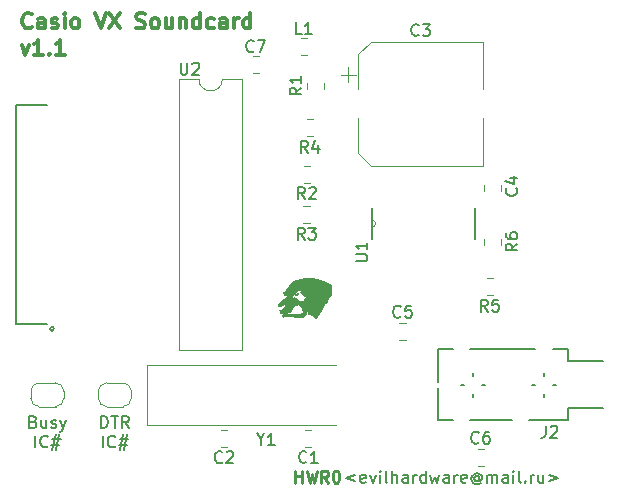
<source format=gbr>
G04 #@! TF.GenerationSoftware,KiCad,Pcbnew,(5.1.5)-3*
G04 #@! TF.CreationDate,2020-01-25T15:57:13+03:00*
G04 #@! TF.ProjectId,CASIO VX4 YM2413 Soundcard v1.1,43415349-4f20-4565-9834-20594d323431,rev?*
G04 #@! TF.SameCoordinates,Original*
G04 #@! TF.FileFunction,Legend,Top*
G04 #@! TF.FilePolarity,Positive*
%FSLAX46Y46*%
G04 Gerber Fmt 4.6, Leading zero omitted, Abs format (unit mm)*
G04 Created by KiCad (PCBNEW (5.1.5)-3) date 2020-01-25 15:57:13*
%MOMM*%
%LPD*%
G04 APERTURE LIST*
%ADD10C,0.150000*%
%ADD11C,0.250000*%
%ADD12C,0.300000*%
%ADD13C,0.010000*%
%ADD14C,0.120000*%
%ADD15C,0.100000*%
%ADD16C,0.152400*%
G04 APERTURE END LIST*
D10*
X119507142Y-124722380D02*
X119507142Y-123722380D01*
X119745238Y-123722380D01*
X119888095Y-123770000D01*
X119983333Y-123865238D01*
X120030952Y-123960476D01*
X120078571Y-124150952D01*
X120078571Y-124293809D01*
X120030952Y-124484285D01*
X119983333Y-124579523D01*
X119888095Y-124674761D01*
X119745238Y-124722380D01*
X119507142Y-124722380D01*
X120364285Y-123722380D02*
X120935714Y-123722380D01*
X120650000Y-124722380D02*
X120650000Y-123722380D01*
X121840476Y-124722380D02*
X121507142Y-124246190D01*
X121269047Y-124722380D02*
X121269047Y-123722380D01*
X121650000Y-123722380D01*
X121745238Y-123770000D01*
X121792857Y-123817619D01*
X121840476Y-123912857D01*
X121840476Y-124055714D01*
X121792857Y-124150952D01*
X121745238Y-124198571D01*
X121650000Y-124246190D01*
X121269047Y-124246190D01*
X119650000Y-126372380D02*
X119650000Y-125372380D01*
X120697619Y-126277142D02*
X120650000Y-126324761D01*
X120507142Y-126372380D01*
X120411904Y-126372380D01*
X120269047Y-126324761D01*
X120173809Y-126229523D01*
X120126190Y-126134285D01*
X120078571Y-125943809D01*
X120078571Y-125800952D01*
X120126190Y-125610476D01*
X120173809Y-125515238D01*
X120269047Y-125420000D01*
X120411904Y-125372380D01*
X120507142Y-125372380D01*
X120650000Y-125420000D01*
X120697619Y-125467619D01*
X121078571Y-125705714D02*
X121792857Y-125705714D01*
X121364285Y-125277142D02*
X121078571Y-126562857D01*
X121697619Y-126134285D02*
X120983333Y-126134285D01*
X121411904Y-126562857D02*
X121697619Y-125277142D01*
X113768333Y-124198571D02*
X113911190Y-124246190D01*
X113958809Y-124293809D01*
X114006428Y-124389047D01*
X114006428Y-124531904D01*
X113958809Y-124627142D01*
X113911190Y-124674761D01*
X113815952Y-124722380D01*
X113435000Y-124722380D01*
X113435000Y-123722380D01*
X113768333Y-123722380D01*
X113863571Y-123770000D01*
X113911190Y-123817619D01*
X113958809Y-123912857D01*
X113958809Y-124008095D01*
X113911190Y-124103333D01*
X113863571Y-124150952D01*
X113768333Y-124198571D01*
X113435000Y-124198571D01*
X114863571Y-124055714D02*
X114863571Y-124722380D01*
X114435000Y-124055714D02*
X114435000Y-124579523D01*
X114482619Y-124674761D01*
X114577857Y-124722380D01*
X114720714Y-124722380D01*
X114815952Y-124674761D01*
X114863571Y-124627142D01*
X115292142Y-124674761D02*
X115387380Y-124722380D01*
X115577857Y-124722380D01*
X115673095Y-124674761D01*
X115720714Y-124579523D01*
X115720714Y-124531904D01*
X115673095Y-124436666D01*
X115577857Y-124389047D01*
X115435000Y-124389047D01*
X115339761Y-124341428D01*
X115292142Y-124246190D01*
X115292142Y-124198571D01*
X115339761Y-124103333D01*
X115435000Y-124055714D01*
X115577857Y-124055714D01*
X115673095Y-124103333D01*
X116054047Y-124055714D02*
X116292142Y-124722380D01*
X116530238Y-124055714D02*
X116292142Y-124722380D01*
X116196904Y-124960476D01*
X116149285Y-125008095D01*
X116054047Y-125055714D01*
X113935000Y-126372380D02*
X113935000Y-125372380D01*
X114982619Y-126277142D02*
X114935000Y-126324761D01*
X114792142Y-126372380D01*
X114696904Y-126372380D01*
X114554047Y-126324761D01*
X114458809Y-126229523D01*
X114411190Y-126134285D01*
X114363571Y-125943809D01*
X114363571Y-125800952D01*
X114411190Y-125610476D01*
X114458809Y-125515238D01*
X114554047Y-125420000D01*
X114696904Y-125372380D01*
X114792142Y-125372380D01*
X114935000Y-125420000D01*
X114982619Y-125467619D01*
X115363571Y-125705714D02*
X116077857Y-125705714D01*
X115649285Y-125277142D02*
X115363571Y-126562857D01*
X115982619Y-126134285D02*
X115268333Y-126134285D01*
X115696904Y-126562857D02*
X115982619Y-125277142D01*
D11*
X135961666Y-129357380D02*
X135961666Y-128357380D01*
X135961666Y-128833571D02*
X136533095Y-128833571D01*
X136533095Y-129357380D02*
X136533095Y-128357380D01*
X136914047Y-128357380D02*
X137152142Y-129357380D01*
X137342619Y-128643095D01*
X137533095Y-129357380D01*
X137771190Y-128357380D01*
X138723571Y-129357380D02*
X138390238Y-128881190D01*
X138152142Y-129357380D02*
X138152142Y-128357380D01*
X138533095Y-128357380D01*
X138628333Y-128405000D01*
X138675952Y-128452619D01*
X138723571Y-128547857D01*
X138723571Y-128690714D01*
X138675952Y-128785952D01*
X138628333Y-128833571D01*
X138533095Y-128881190D01*
X138152142Y-128881190D01*
X139342619Y-128357380D02*
X139437857Y-128357380D01*
X139533095Y-128405000D01*
X139580714Y-128452619D01*
X139628333Y-128547857D01*
X139675952Y-128738333D01*
X139675952Y-128976428D01*
X139628333Y-129166904D01*
X139580714Y-129262142D01*
X139533095Y-129309761D01*
X139437857Y-129357380D01*
X139342619Y-129357380D01*
X139247380Y-129309761D01*
X139199761Y-129262142D01*
X139152142Y-129166904D01*
X139104523Y-128976428D01*
X139104523Y-128738333D01*
X139152142Y-128547857D01*
X139199761Y-128452619D01*
X139247380Y-128405000D01*
X139342619Y-128357380D01*
D10*
X141034523Y-128690714D02*
X140272619Y-128976428D01*
X141034523Y-129262142D01*
X141891666Y-129309761D02*
X141796428Y-129357380D01*
X141605952Y-129357380D01*
X141510714Y-129309761D01*
X141463095Y-129214523D01*
X141463095Y-128833571D01*
X141510714Y-128738333D01*
X141605952Y-128690714D01*
X141796428Y-128690714D01*
X141891666Y-128738333D01*
X141939285Y-128833571D01*
X141939285Y-128928809D01*
X141463095Y-129024047D01*
X142272619Y-128690714D02*
X142510714Y-129357380D01*
X142748809Y-128690714D01*
X143129761Y-129357380D02*
X143129761Y-128690714D01*
X143129761Y-128357380D02*
X143082142Y-128405000D01*
X143129761Y-128452619D01*
X143177380Y-128405000D01*
X143129761Y-128357380D01*
X143129761Y-128452619D01*
X143748809Y-129357380D02*
X143653571Y-129309761D01*
X143605952Y-129214523D01*
X143605952Y-128357380D01*
X144129761Y-129357380D02*
X144129761Y-128357380D01*
X144558333Y-129357380D02*
X144558333Y-128833571D01*
X144510714Y-128738333D01*
X144415476Y-128690714D01*
X144272619Y-128690714D01*
X144177380Y-128738333D01*
X144129761Y-128785952D01*
X145463095Y-129357380D02*
X145463095Y-128833571D01*
X145415476Y-128738333D01*
X145320238Y-128690714D01*
X145129761Y-128690714D01*
X145034523Y-128738333D01*
X145463095Y-129309761D02*
X145367857Y-129357380D01*
X145129761Y-129357380D01*
X145034523Y-129309761D01*
X144986904Y-129214523D01*
X144986904Y-129119285D01*
X145034523Y-129024047D01*
X145129761Y-128976428D01*
X145367857Y-128976428D01*
X145463095Y-128928809D01*
X145939285Y-129357380D02*
X145939285Y-128690714D01*
X145939285Y-128881190D02*
X145986904Y-128785952D01*
X146034523Y-128738333D01*
X146129761Y-128690714D01*
X146225000Y-128690714D01*
X146986904Y-129357380D02*
X146986904Y-128357380D01*
X146986904Y-129309761D02*
X146891666Y-129357380D01*
X146701190Y-129357380D01*
X146605952Y-129309761D01*
X146558333Y-129262142D01*
X146510714Y-129166904D01*
X146510714Y-128881190D01*
X146558333Y-128785952D01*
X146605952Y-128738333D01*
X146701190Y-128690714D01*
X146891666Y-128690714D01*
X146986904Y-128738333D01*
X147367857Y-128690714D02*
X147558333Y-129357380D01*
X147748809Y-128881190D01*
X147939285Y-129357380D01*
X148129761Y-128690714D01*
X148939285Y-129357380D02*
X148939285Y-128833571D01*
X148891666Y-128738333D01*
X148796428Y-128690714D01*
X148605952Y-128690714D01*
X148510714Y-128738333D01*
X148939285Y-129309761D02*
X148844047Y-129357380D01*
X148605952Y-129357380D01*
X148510714Y-129309761D01*
X148463095Y-129214523D01*
X148463095Y-129119285D01*
X148510714Y-129024047D01*
X148605952Y-128976428D01*
X148844047Y-128976428D01*
X148939285Y-128928809D01*
X149415476Y-129357380D02*
X149415476Y-128690714D01*
X149415476Y-128881190D02*
X149463095Y-128785952D01*
X149510714Y-128738333D01*
X149605952Y-128690714D01*
X149701190Y-128690714D01*
X150415476Y-129309761D02*
X150320238Y-129357380D01*
X150129761Y-129357380D01*
X150034523Y-129309761D01*
X149986904Y-129214523D01*
X149986904Y-128833571D01*
X150034523Y-128738333D01*
X150129761Y-128690714D01*
X150320238Y-128690714D01*
X150415476Y-128738333D01*
X150463095Y-128833571D01*
X150463095Y-128928809D01*
X149986904Y-129024047D01*
X151510714Y-128881190D02*
X151463095Y-128833571D01*
X151367857Y-128785952D01*
X151272619Y-128785952D01*
X151177380Y-128833571D01*
X151129761Y-128881190D01*
X151082142Y-128976428D01*
X151082142Y-129071666D01*
X151129761Y-129166904D01*
X151177380Y-129214523D01*
X151272619Y-129262142D01*
X151367857Y-129262142D01*
X151463095Y-129214523D01*
X151510714Y-129166904D01*
X151510714Y-128785952D02*
X151510714Y-129166904D01*
X151558333Y-129214523D01*
X151605952Y-129214523D01*
X151701190Y-129166904D01*
X151748809Y-129071666D01*
X151748809Y-128833571D01*
X151653571Y-128690714D01*
X151510714Y-128595476D01*
X151320238Y-128547857D01*
X151129761Y-128595476D01*
X150986904Y-128690714D01*
X150891666Y-128833571D01*
X150844047Y-129024047D01*
X150891666Y-129214523D01*
X150986904Y-129357380D01*
X151129761Y-129452619D01*
X151320238Y-129500238D01*
X151510714Y-129452619D01*
X151653571Y-129357380D01*
X152177380Y-129357380D02*
X152177380Y-128690714D01*
X152177380Y-128785952D02*
X152225000Y-128738333D01*
X152320238Y-128690714D01*
X152463095Y-128690714D01*
X152558333Y-128738333D01*
X152605952Y-128833571D01*
X152605952Y-129357380D01*
X152605952Y-128833571D02*
X152653571Y-128738333D01*
X152748809Y-128690714D01*
X152891666Y-128690714D01*
X152986904Y-128738333D01*
X153034523Y-128833571D01*
X153034523Y-129357380D01*
X153939285Y-129357380D02*
X153939285Y-128833571D01*
X153891666Y-128738333D01*
X153796428Y-128690714D01*
X153605952Y-128690714D01*
X153510714Y-128738333D01*
X153939285Y-129309761D02*
X153844047Y-129357380D01*
X153605952Y-129357380D01*
X153510714Y-129309761D01*
X153463095Y-129214523D01*
X153463095Y-129119285D01*
X153510714Y-129024047D01*
X153605952Y-128976428D01*
X153844047Y-128976428D01*
X153939285Y-128928809D01*
X154415476Y-129357380D02*
X154415476Y-128690714D01*
X154415476Y-128357380D02*
X154367857Y-128405000D01*
X154415476Y-128452619D01*
X154463095Y-128405000D01*
X154415476Y-128357380D01*
X154415476Y-128452619D01*
X155034523Y-129357380D02*
X154939285Y-129309761D01*
X154891666Y-129214523D01*
X154891666Y-128357380D01*
X155415476Y-129262142D02*
X155463095Y-129309761D01*
X155415476Y-129357380D01*
X155367857Y-129309761D01*
X155415476Y-129262142D01*
X155415476Y-129357380D01*
X155891666Y-129357380D02*
X155891666Y-128690714D01*
X155891666Y-128881190D02*
X155939285Y-128785952D01*
X155986904Y-128738333D01*
X156082142Y-128690714D01*
X156177380Y-128690714D01*
X156939285Y-128690714D02*
X156939285Y-129357380D01*
X156510714Y-128690714D02*
X156510714Y-129214523D01*
X156558333Y-129309761D01*
X156653571Y-129357380D01*
X156796428Y-129357380D01*
X156891666Y-129309761D01*
X156939285Y-129262142D01*
X157415476Y-128690714D02*
X158177380Y-128976428D01*
X157415476Y-129262142D01*
D12*
X113642380Y-90779285D02*
X113580476Y-90841190D01*
X113394761Y-90903095D01*
X113270952Y-90903095D01*
X113085238Y-90841190D01*
X112961428Y-90717380D01*
X112899523Y-90593571D01*
X112837619Y-90345952D01*
X112837619Y-90160238D01*
X112899523Y-89912619D01*
X112961428Y-89788809D01*
X113085238Y-89665000D01*
X113270952Y-89603095D01*
X113394761Y-89603095D01*
X113580476Y-89665000D01*
X113642380Y-89726904D01*
X114756666Y-90903095D02*
X114756666Y-90222142D01*
X114694761Y-90098333D01*
X114570952Y-90036428D01*
X114323333Y-90036428D01*
X114199523Y-90098333D01*
X114756666Y-90841190D02*
X114632857Y-90903095D01*
X114323333Y-90903095D01*
X114199523Y-90841190D01*
X114137619Y-90717380D01*
X114137619Y-90593571D01*
X114199523Y-90469761D01*
X114323333Y-90407857D01*
X114632857Y-90407857D01*
X114756666Y-90345952D01*
X115313809Y-90841190D02*
X115437619Y-90903095D01*
X115685238Y-90903095D01*
X115809047Y-90841190D01*
X115870952Y-90717380D01*
X115870952Y-90655476D01*
X115809047Y-90531666D01*
X115685238Y-90469761D01*
X115499523Y-90469761D01*
X115375714Y-90407857D01*
X115313809Y-90284047D01*
X115313809Y-90222142D01*
X115375714Y-90098333D01*
X115499523Y-90036428D01*
X115685238Y-90036428D01*
X115809047Y-90098333D01*
X116428095Y-90903095D02*
X116428095Y-90036428D01*
X116428095Y-89603095D02*
X116366190Y-89665000D01*
X116428095Y-89726904D01*
X116490000Y-89665000D01*
X116428095Y-89603095D01*
X116428095Y-89726904D01*
X117232857Y-90903095D02*
X117109047Y-90841190D01*
X117047142Y-90779285D01*
X116985238Y-90655476D01*
X116985238Y-90284047D01*
X117047142Y-90160238D01*
X117109047Y-90098333D01*
X117232857Y-90036428D01*
X117418571Y-90036428D01*
X117542380Y-90098333D01*
X117604285Y-90160238D01*
X117666190Y-90284047D01*
X117666190Y-90655476D01*
X117604285Y-90779285D01*
X117542380Y-90841190D01*
X117418571Y-90903095D01*
X117232857Y-90903095D01*
X119028095Y-89603095D02*
X119461428Y-90903095D01*
X119894761Y-89603095D01*
X120204285Y-89603095D02*
X121070952Y-90903095D01*
X121070952Y-89603095D02*
X120204285Y-90903095D01*
X122494761Y-90841190D02*
X122680476Y-90903095D01*
X122990000Y-90903095D01*
X123113809Y-90841190D01*
X123175714Y-90779285D01*
X123237619Y-90655476D01*
X123237619Y-90531666D01*
X123175714Y-90407857D01*
X123113809Y-90345952D01*
X122990000Y-90284047D01*
X122742380Y-90222142D01*
X122618571Y-90160238D01*
X122556666Y-90098333D01*
X122494761Y-89974523D01*
X122494761Y-89850714D01*
X122556666Y-89726904D01*
X122618571Y-89665000D01*
X122742380Y-89603095D01*
X123051904Y-89603095D01*
X123237619Y-89665000D01*
X123980476Y-90903095D02*
X123856666Y-90841190D01*
X123794761Y-90779285D01*
X123732857Y-90655476D01*
X123732857Y-90284047D01*
X123794761Y-90160238D01*
X123856666Y-90098333D01*
X123980476Y-90036428D01*
X124166190Y-90036428D01*
X124290000Y-90098333D01*
X124351904Y-90160238D01*
X124413809Y-90284047D01*
X124413809Y-90655476D01*
X124351904Y-90779285D01*
X124290000Y-90841190D01*
X124166190Y-90903095D01*
X123980476Y-90903095D01*
X125528095Y-90036428D02*
X125528095Y-90903095D01*
X124970952Y-90036428D02*
X124970952Y-90717380D01*
X125032857Y-90841190D01*
X125156666Y-90903095D01*
X125342380Y-90903095D01*
X125466190Y-90841190D01*
X125528095Y-90779285D01*
X126147142Y-90036428D02*
X126147142Y-90903095D01*
X126147142Y-90160238D02*
X126209047Y-90098333D01*
X126332857Y-90036428D01*
X126518571Y-90036428D01*
X126642380Y-90098333D01*
X126704285Y-90222142D01*
X126704285Y-90903095D01*
X127880476Y-90903095D02*
X127880476Y-89603095D01*
X127880476Y-90841190D02*
X127756666Y-90903095D01*
X127509047Y-90903095D01*
X127385238Y-90841190D01*
X127323333Y-90779285D01*
X127261428Y-90655476D01*
X127261428Y-90284047D01*
X127323333Y-90160238D01*
X127385238Y-90098333D01*
X127509047Y-90036428D01*
X127756666Y-90036428D01*
X127880476Y-90098333D01*
X129056666Y-90841190D02*
X128932857Y-90903095D01*
X128685238Y-90903095D01*
X128561428Y-90841190D01*
X128499523Y-90779285D01*
X128437619Y-90655476D01*
X128437619Y-90284047D01*
X128499523Y-90160238D01*
X128561428Y-90098333D01*
X128685238Y-90036428D01*
X128932857Y-90036428D01*
X129056666Y-90098333D01*
X130170952Y-90903095D02*
X130170952Y-90222142D01*
X130109047Y-90098333D01*
X129985238Y-90036428D01*
X129737619Y-90036428D01*
X129613809Y-90098333D01*
X130170952Y-90841190D02*
X130047142Y-90903095D01*
X129737619Y-90903095D01*
X129613809Y-90841190D01*
X129551904Y-90717380D01*
X129551904Y-90593571D01*
X129613809Y-90469761D01*
X129737619Y-90407857D01*
X130047142Y-90407857D01*
X130170952Y-90345952D01*
X130790000Y-90903095D02*
X130790000Y-90036428D01*
X130790000Y-90284047D02*
X130851904Y-90160238D01*
X130913809Y-90098333D01*
X131037619Y-90036428D01*
X131161428Y-90036428D01*
X132151904Y-90903095D02*
X132151904Y-89603095D01*
X132151904Y-90841190D02*
X132028095Y-90903095D01*
X131780476Y-90903095D01*
X131656666Y-90841190D01*
X131594761Y-90779285D01*
X131532857Y-90655476D01*
X131532857Y-90284047D01*
X131594761Y-90160238D01*
X131656666Y-90098333D01*
X131780476Y-90036428D01*
X132028095Y-90036428D01*
X132151904Y-90098333D01*
X112775714Y-92286428D02*
X113085238Y-93153095D01*
X113394761Y-92286428D01*
X114570952Y-93153095D02*
X113828095Y-93153095D01*
X114199523Y-93153095D02*
X114199523Y-91853095D01*
X114075714Y-92038809D01*
X113951904Y-92162619D01*
X113828095Y-92224523D01*
X115128095Y-93029285D02*
X115190000Y-93091190D01*
X115128095Y-93153095D01*
X115066190Y-93091190D01*
X115128095Y-93029285D01*
X115128095Y-93153095D01*
X116428095Y-93153095D02*
X115685238Y-93153095D01*
X116056666Y-93153095D02*
X116056666Y-91853095D01*
X115932857Y-92038809D01*
X115809047Y-92162619D01*
X115685238Y-92224523D01*
D13*
G36*
X136194400Y-113363594D02*
G01*
X136190249Y-113386695D01*
X136177730Y-113400263D01*
X136158158Y-113404426D01*
X136138468Y-113410304D01*
X136122909Y-113423976D01*
X136109583Y-113436769D01*
X136096149Y-113441693D01*
X136079098Y-113441602D01*
X136059608Y-113442065D01*
X136050206Y-113446661D01*
X136049848Y-113447458D01*
X136042250Y-113453455D01*
X136031905Y-113455238D01*
X136020227Y-113457639D01*
X136016555Y-113462044D01*
X136010739Y-113474990D01*
X135994509Y-113483614D01*
X135969696Y-113486982D01*
X135967724Y-113486996D01*
X135947347Y-113485755D01*
X135935279Y-113481026D01*
X135928296Y-113472994D01*
X135923250Y-113461363D01*
X135926768Y-113456585D01*
X135932764Y-113449079D01*
X135933985Y-113441807D01*
X135938289Y-113429821D01*
X135943512Y-113425777D01*
X135951953Y-113417780D01*
X135953039Y-113413273D01*
X135956951Y-113405271D01*
X135959845Y-113404426D01*
X135970620Y-113399615D01*
X135980853Y-113389055D01*
X135984797Y-113379473D01*
X135989935Y-113373438D01*
X135994325Y-113372668D01*
X136002777Y-113369238D01*
X136003852Y-113366316D01*
X136009436Y-113362118D01*
X136023165Y-113360019D01*
X136026083Y-113359965D01*
X136042525Y-113357899D01*
X136048273Y-113351305D01*
X136048313Y-113350437D01*
X136050265Y-113346253D01*
X136057437Y-113343468D01*
X136071808Y-113341822D01*
X136095356Y-113341059D01*
X136121356Y-113340910D01*
X136194400Y-113340910D01*
X136194400Y-113363594D01*
G37*
X136194400Y-113363594D02*
X136190249Y-113386695D01*
X136177730Y-113400263D01*
X136158158Y-113404426D01*
X136138468Y-113410304D01*
X136122909Y-113423976D01*
X136109583Y-113436769D01*
X136096149Y-113441693D01*
X136079098Y-113441602D01*
X136059608Y-113442065D01*
X136050206Y-113446661D01*
X136049848Y-113447458D01*
X136042250Y-113453455D01*
X136031905Y-113455238D01*
X136020227Y-113457639D01*
X136016555Y-113462044D01*
X136010739Y-113474990D01*
X135994509Y-113483614D01*
X135969696Y-113486982D01*
X135967724Y-113486996D01*
X135947347Y-113485755D01*
X135935279Y-113481026D01*
X135928296Y-113472994D01*
X135923250Y-113461363D01*
X135926768Y-113456585D01*
X135932764Y-113449079D01*
X135933985Y-113441807D01*
X135938289Y-113429821D01*
X135943512Y-113425777D01*
X135951953Y-113417780D01*
X135953039Y-113413273D01*
X135956951Y-113405271D01*
X135959845Y-113404426D01*
X135970620Y-113399615D01*
X135980853Y-113389055D01*
X135984797Y-113379473D01*
X135989935Y-113373438D01*
X135994325Y-113372668D01*
X136002777Y-113369238D01*
X136003852Y-113366316D01*
X136009436Y-113362118D01*
X136023165Y-113360019D01*
X136026083Y-113359965D01*
X136042525Y-113357899D01*
X136048273Y-113351305D01*
X136048313Y-113350437D01*
X136050265Y-113346253D01*
X136057437Y-113343468D01*
X136071808Y-113341822D01*
X136095356Y-113341059D01*
X136121356Y-113340910D01*
X136194400Y-113340910D01*
X136194400Y-113363594D01*
G36*
X137128836Y-112032810D02*
G01*
X137164191Y-112033763D01*
X137188897Y-112035302D01*
X137202162Y-112037383D01*
X137204302Y-112038834D01*
X137210076Y-112042232D01*
X137225110Y-112044530D01*
X137241732Y-112045186D01*
X137265182Y-112046246D01*
X137278290Y-112049769D01*
X137282818Y-112054713D01*
X137286242Y-112058475D01*
X137294367Y-112061132D01*
X137309006Y-112062857D01*
X137331976Y-112063825D01*
X137365088Y-112064211D01*
X137381947Y-112064241D01*
X137420827Y-112064651D01*
X137450404Y-112065833D01*
X137469594Y-112067716D01*
X137477316Y-112070227D01*
X137477420Y-112070592D01*
X137483004Y-112074790D01*
X137496734Y-112076889D01*
X137499651Y-112076944D01*
X137516093Y-112079010D01*
X137521841Y-112085603D01*
X137521882Y-112086471D01*
X137526077Y-112093096D01*
X137539984Y-112095826D01*
X137547288Y-112095999D01*
X137564954Y-112097572D01*
X137572233Y-112102787D01*
X137572694Y-112105526D01*
X137574793Y-112109969D01*
X137582483Y-112112821D01*
X137597853Y-112114396D01*
X137622992Y-112115008D01*
X137636210Y-112115053D01*
X137665717Y-112115657D01*
X137687049Y-112117347D01*
X137698378Y-112119939D01*
X137699726Y-112121405D01*
X137705162Y-112126180D01*
X137715605Y-112127756D01*
X137728376Y-112131069D01*
X137731484Y-112137284D01*
X137735679Y-112143909D01*
X137749586Y-112146638D01*
X137756890Y-112146811D01*
X137772800Y-112148220D01*
X137781649Y-112151739D01*
X137782297Y-112153163D01*
X137788208Y-112156363D01*
X137804208Y-112158594D01*
X137827700Y-112159508D01*
X137829934Y-112159514D01*
X137853937Y-112160303D01*
X137870667Y-112162436D01*
X137877526Y-112165568D01*
X137877571Y-112165866D01*
X137882899Y-112171000D01*
X137890473Y-112172218D01*
X137902687Y-112176356D01*
X137907032Y-112181745D01*
X137912321Y-112186969D01*
X137924760Y-112189971D01*
X137946670Y-112191187D01*
X137957645Y-112191272D01*
X137981395Y-112192071D01*
X137997919Y-112194228D01*
X138004574Y-112197387D01*
X138004602Y-112197624D01*
X138009931Y-112202758D01*
X138017505Y-112203976D01*
X138029718Y-112208114D01*
X138034063Y-112213503D01*
X138042590Y-112221002D01*
X138052389Y-112223030D01*
X138064826Y-112225865D01*
X138069544Y-112230485D01*
X138077634Y-112234912D01*
X138097885Y-112236633D01*
X138114566Y-112236398D01*
X138138563Y-112236170D01*
X138152665Y-112237979D01*
X138159583Y-112242318D01*
X138160927Y-112244822D01*
X138168834Y-112253534D01*
X138173599Y-112254788D01*
X138181426Y-112259887D01*
X138182447Y-112264316D01*
X138187267Y-112271362D01*
X138202653Y-112273826D01*
X138204677Y-112273843D01*
X138219371Y-112275438D01*
X138226716Y-112279361D01*
X138226908Y-112280195D01*
X138232678Y-112283596D01*
X138247687Y-112285896D01*
X138264128Y-112286546D01*
X138286206Y-112287287D01*
X138299785Y-112290407D01*
X138309025Y-112297249D01*
X138313272Y-112302425D01*
X138326387Y-112314205D01*
X138344671Y-112318217D01*
X138349096Y-112318304D01*
X138366188Y-112320085D01*
X138372779Y-112325894D01*
X138372994Y-112327832D01*
X138378516Y-112335494D01*
X138388873Y-112337359D01*
X138400810Y-112339533D01*
X138404752Y-112343710D01*
X138410188Y-112348485D01*
X138420631Y-112350062D01*
X138433402Y-112353375D01*
X138436510Y-112359589D01*
X138440706Y-112366214D01*
X138454612Y-112368944D01*
X138461917Y-112369117D01*
X138477826Y-112370526D01*
X138486675Y-112374045D01*
X138487323Y-112375468D01*
X138492643Y-112380629D01*
X138500026Y-112381820D01*
X138510372Y-112385791D01*
X138512729Y-112391347D01*
X138518251Y-112399010D01*
X138528608Y-112400875D01*
X138540545Y-112403049D01*
X138544487Y-112407226D01*
X138550042Y-112411580D01*
X138563573Y-112413661D01*
X138565130Y-112413688D01*
X138588488Y-112419853D01*
X138600730Y-112429567D01*
X138620916Y-112442862D01*
X138637252Y-112445336D01*
X138653428Y-112447536D01*
X138658808Y-112454486D01*
X138658816Y-112454863D01*
X138664337Y-112462526D01*
X138674695Y-112464391D01*
X138686631Y-112466565D01*
X138690574Y-112470742D01*
X138695718Y-112476377D01*
X138700101Y-112477094D01*
X138708522Y-112482178D01*
X138709629Y-112486621D01*
X138714449Y-112493668D01*
X138729834Y-112496131D01*
X138731859Y-112496149D01*
X138746553Y-112497744D01*
X138753898Y-112501667D01*
X138754090Y-112502500D01*
X138759422Y-112507620D01*
X138767096Y-112508852D01*
X138780228Y-112513302D01*
X138794203Y-112524078D01*
X138794819Y-112524731D01*
X138814969Y-112538227D01*
X138829449Y-112540610D01*
X138844947Y-112543204D01*
X138849363Y-112550137D01*
X138854448Y-112558558D01*
X138858891Y-112559664D01*
X138867343Y-112563094D01*
X138868418Y-112566016D01*
X138873670Y-112571376D01*
X138879710Y-112572368D01*
X138895254Y-112578175D01*
X138906669Y-112593971D01*
X138912458Y-112617316D01*
X138912879Y-112626429D01*
X138914132Y-112645241D01*
X138918391Y-112653794D01*
X138922407Y-112654938D01*
X138930827Y-112660023D01*
X138931934Y-112664466D01*
X138935364Y-112672918D01*
X138938286Y-112673993D01*
X138942484Y-112679577D01*
X138944582Y-112693306D01*
X138944637Y-112696224D01*
X138946703Y-112712666D01*
X138953297Y-112718414D01*
X138954165Y-112718454D01*
X138958813Y-112720682D01*
X138961708Y-112728812D01*
X138963212Y-112745016D01*
X138963687Y-112771464D01*
X138963692Y-112775618D01*
X138964063Y-112803507D01*
X138965418Y-112820878D01*
X138968119Y-112829903D01*
X138972527Y-112832753D01*
X138973219Y-112832783D01*
X138980882Y-112838304D01*
X138982747Y-112848662D01*
X138984921Y-112860598D01*
X138989098Y-112864541D01*
X138991094Y-112870820D01*
X138992733Y-112889377D01*
X138993999Y-112919790D01*
X138994879Y-112961640D01*
X138995359Y-113014505D01*
X138995450Y-113055088D01*
X138995241Y-113114971D01*
X138994622Y-113164115D01*
X138993608Y-113202099D01*
X138992213Y-113228504D01*
X138990451Y-113242908D01*
X138989098Y-113245636D01*
X138984345Y-113251078D01*
X138982747Y-113261714D01*
X138979383Y-113275241D01*
X138973219Y-113281449D01*
X138968275Y-113286311D01*
X138965305Y-113297768D01*
X138963922Y-113318095D01*
X138963692Y-113337734D01*
X138963155Y-113365252D01*
X138961288Y-113382379D01*
X138957704Y-113391392D01*
X138954165Y-113394019D01*
X138946959Y-113403209D01*
X138944637Y-113420105D01*
X138943055Y-113434878D01*
X138939161Y-113442322D01*
X138938286Y-113442535D01*
X138934035Y-113448106D01*
X138931971Y-113461752D01*
X138931934Y-113464086D01*
X138929138Y-113481434D01*
X138922407Y-113489293D01*
X138914561Y-113497909D01*
X138912879Y-113505852D01*
X138910256Y-113516281D01*
X138906528Y-113518754D01*
X138900893Y-113523899D01*
X138900176Y-113528282D01*
X138895092Y-113536702D01*
X138890649Y-113537809D01*
X138882228Y-113532725D01*
X138881121Y-113528282D01*
X138877692Y-113519829D01*
X138874770Y-113518754D01*
X138871569Y-113512843D01*
X138869339Y-113496843D01*
X138868424Y-113473351D01*
X138868418Y-113471117D01*
X138867919Y-113445990D01*
X138866116Y-113431241D01*
X138862548Y-113424572D01*
X138858891Y-113423480D01*
X138850470Y-113418396D01*
X138849363Y-113413953D01*
X138845934Y-113405501D01*
X138843012Y-113404426D01*
X138837377Y-113409570D01*
X138836660Y-113413953D01*
X138831576Y-113422374D01*
X138827133Y-113423480D01*
X138821141Y-113426880D01*
X138818215Y-113438651D01*
X138817606Y-113455238D01*
X138816463Y-113473354D01*
X138813542Y-113484853D01*
X138811254Y-113486996D01*
X138806403Y-113492410D01*
X138804902Y-113502196D01*
X138801355Y-113515368D01*
X138795375Y-113521051D01*
X138789582Y-113527330D01*
X138786582Y-113542013D01*
X138785848Y-113563016D01*
X138784888Y-113583397D01*
X138782378Y-113597223D01*
X138779496Y-113601325D01*
X138774721Y-113606760D01*
X138773144Y-113617204D01*
X138769832Y-113629975D01*
X138763617Y-113633083D01*
X138755954Y-113638604D01*
X138754090Y-113648962D01*
X138751915Y-113660898D01*
X138747738Y-113664841D01*
X138744115Y-113670553D01*
X138741815Y-113685159D01*
X138741386Y-113696599D01*
X138740367Y-113716570D01*
X138736835Y-113726324D01*
X138731859Y-113728357D01*
X138724196Y-113733878D01*
X138722332Y-113744236D01*
X138720157Y-113756172D01*
X138715980Y-113760115D01*
X138711205Y-113765550D01*
X138709629Y-113775994D01*
X138706316Y-113788765D01*
X138700101Y-113791873D01*
X138693120Y-113796591D01*
X138690606Y-113811747D01*
X138690574Y-113814557D01*
X138687068Y-113835147D01*
X138677946Y-113849900D01*
X138665621Y-113855388D01*
X138661554Y-113861191D01*
X138659167Y-113876485D01*
X138658816Y-113887146D01*
X138657673Y-113905262D01*
X138654752Y-113916761D01*
X138652464Y-113918904D01*
X138647690Y-113924340D01*
X138646113Y-113934783D01*
X138642800Y-113947554D01*
X138636585Y-113950662D01*
X138628165Y-113955746D01*
X138627058Y-113960190D01*
X138623628Y-113968642D01*
X138620706Y-113969717D01*
X138616264Y-113975241D01*
X138614356Y-113988569D01*
X138614355Y-113988971D01*
X138611375Y-114004549D01*
X138604827Y-114011881D01*
X138596386Y-114019878D01*
X138595300Y-114024385D01*
X138590201Y-114032212D01*
X138585773Y-114033233D01*
X138578110Y-114038754D01*
X138576245Y-114049112D01*
X138574071Y-114061048D01*
X138569894Y-114064991D01*
X138565643Y-114070562D01*
X138563579Y-114084207D01*
X138563542Y-114086542D01*
X138560746Y-114103890D01*
X138554015Y-114111749D01*
X138546764Y-114120208D01*
X138544487Y-114131483D01*
X138542338Y-114143515D01*
X138538136Y-114147561D01*
X138532975Y-114152881D01*
X138531784Y-114160265D01*
X138527813Y-114170610D01*
X138522257Y-114172968D01*
X138513941Y-114178086D01*
X138512729Y-114182937D01*
X138507985Y-114190478D01*
X138498438Y-114190876D01*
X138492231Y-114189361D01*
X138488062Y-114185416D01*
X138485439Y-114176796D01*
X138483870Y-114161254D01*
X138482864Y-114136543D01*
X138482351Y-114117391D01*
X138481360Y-114086159D01*
X138480004Y-114065514D01*
X138477902Y-114053340D01*
X138474671Y-114047522D01*
X138469932Y-114045943D01*
X138469472Y-114045936D01*
X138455739Y-114051352D01*
X138443480Y-114064414D01*
X138436818Y-114080346D01*
X138436510Y-114084118D01*
X138432522Y-114094406D01*
X138426983Y-114096749D01*
X138419320Y-114102270D01*
X138417455Y-114112628D01*
X138415281Y-114124564D01*
X138411104Y-114128507D01*
X138406854Y-114134078D01*
X138404790Y-114147723D01*
X138404752Y-114150058D01*
X138401956Y-114167406D01*
X138395225Y-114175265D01*
X138388019Y-114184454D01*
X138385698Y-114201351D01*
X138384115Y-114216123D01*
X138380221Y-114223567D01*
X138379346Y-114223780D01*
X138374571Y-114229216D01*
X138372994Y-114239659D01*
X138369682Y-114252431D01*
X138363467Y-114255538D01*
X138356842Y-114259734D01*
X138354113Y-114273641D01*
X138353940Y-114280945D01*
X138352531Y-114296854D01*
X138349012Y-114305703D01*
X138347588Y-114306351D01*
X138342454Y-114311680D01*
X138341236Y-114319254D01*
X138337098Y-114331467D01*
X138331709Y-114335812D01*
X138324306Y-114344313D01*
X138322182Y-114354668D01*
X138319919Y-114366275D01*
X138315830Y-114369867D01*
X138311632Y-114375451D01*
X138309533Y-114389180D01*
X138309478Y-114392098D01*
X138307412Y-114408540D01*
X138300819Y-114414288D01*
X138299951Y-114414328D01*
X138291530Y-114419412D01*
X138290424Y-114423856D01*
X138286994Y-114432308D01*
X138284072Y-114433383D01*
X138279630Y-114438907D01*
X138277722Y-114452235D01*
X138277721Y-114452637D01*
X138274741Y-114468215D01*
X138268193Y-114475547D01*
X138260226Y-114484193D01*
X138258666Y-114491530D01*
X138254234Y-114504158D01*
X138243498Y-114517902D01*
X138242787Y-114518573D01*
X138229290Y-114538724D01*
X138226908Y-114553204D01*
X138225141Y-114566950D01*
X138220859Y-114573095D01*
X138220556Y-114573118D01*
X138214921Y-114578262D01*
X138214205Y-114582645D01*
X138209120Y-114591066D01*
X138204677Y-114592173D01*
X138197015Y-114597694D01*
X138195150Y-114608052D01*
X138192976Y-114619988D01*
X138188798Y-114623931D01*
X138184024Y-114629366D01*
X138182447Y-114639810D01*
X138179134Y-114652581D01*
X138172919Y-114655688D01*
X138165257Y-114661210D01*
X138163392Y-114671567D01*
X138161218Y-114683504D01*
X138157040Y-114687446D01*
X138152266Y-114692882D01*
X138150689Y-114703325D01*
X138148539Y-114715262D01*
X138144410Y-114719204D01*
X138132625Y-114724166D01*
X138120586Y-114735659D01*
X138113177Y-114748596D01*
X138112579Y-114752374D01*
X138109625Y-114761903D01*
X138106228Y-114763665D01*
X138101195Y-114769026D01*
X138099876Y-114777352D01*
X138095362Y-114789558D01*
X138083642Y-114805603D01*
X138074470Y-114815207D01*
X138060234Y-114830990D01*
X138051014Y-114845511D01*
X138049063Y-114852333D01*
X138046450Y-114862792D01*
X138042712Y-114865291D01*
X138037937Y-114870726D01*
X138036360Y-114881170D01*
X138034032Y-114893104D01*
X138029555Y-114897049D01*
X138018012Y-114902253D01*
X138008092Y-114914136D01*
X138004602Y-114925481D01*
X138000227Y-114936606D01*
X137989607Y-114949646D01*
X137988723Y-114950481D01*
X137977711Y-114964501D01*
X137972856Y-114978232D01*
X137972844Y-114978760D01*
X137969070Y-114989775D01*
X137963317Y-114992323D01*
X137955604Y-114997755D01*
X137953790Y-115006694D01*
X137948950Y-115020643D01*
X137937911Y-115032990D01*
X137926599Y-115045028D01*
X137922032Y-115056728D01*
X137919194Y-115066556D01*
X137915680Y-115068542D01*
X137910045Y-115073686D01*
X137909328Y-115078069D01*
X137904244Y-115086490D01*
X137899801Y-115087596D01*
X137892088Y-115093028D01*
X137890274Y-115101968D01*
X137885434Y-115115917D01*
X137874395Y-115128264D01*
X137863071Y-115140456D01*
X137858516Y-115152456D01*
X137854117Y-115166893D01*
X137843836Y-115178768D01*
X137833563Y-115182870D01*
X137828153Y-115188221D01*
X137826758Y-115196411D01*
X137822337Y-115208661D01*
X137811152Y-115224053D01*
X137804527Y-115230919D01*
X137791273Y-115246025D01*
X137783319Y-115260121D01*
X137782297Y-115265014D01*
X137778424Y-115275694D01*
X137772769Y-115278144D01*
X137764349Y-115283228D01*
X137763242Y-115287671D01*
X137758158Y-115296092D01*
X137753715Y-115297199D01*
X137745966Y-115302538D01*
X137744187Y-115310356D01*
X137739867Y-115325354D01*
X137729666Y-115337482D01*
X137719235Y-115341660D01*
X137713200Y-115346797D01*
X137712429Y-115351187D01*
X137709000Y-115359640D01*
X137706078Y-115360715D01*
X137701303Y-115366150D01*
X137699726Y-115376594D01*
X137697398Y-115388528D01*
X137692921Y-115392473D01*
X137683165Y-115396554D01*
X137677042Y-115401546D01*
X137669475Y-115412174D01*
X137667968Y-115417425D01*
X137662535Y-115422540D01*
X137652089Y-115424231D01*
X137639318Y-115420918D01*
X137636210Y-115414703D01*
X137632541Y-115406255D01*
X137629405Y-115405176D01*
X137619649Y-115401095D01*
X137613526Y-115396102D01*
X137605959Y-115385475D01*
X137604452Y-115380223D01*
X137599572Y-115373697D01*
X137597647Y-115373418D01*
X137587891Y-115369337D01*
X137581768Y-115364344D01*
X137574202Y-115353717D01*
X137572694Y-115348465D01*
X137567815Y-115341939D01*
X137565889Y-115341660D01*
X137556133Y-115337579D01*
X137550010Y-115332586D01*
X137542444Y-115321959D01*
X137540936Y-115316707D01*
X137535799Y-115310673D01*
X137531409Y-115309902D01*
X137522956Y-115306472D01*
X137521882Y-115303550D01*
X137516446Y-115298776D01*
X137506003Y-115297199D01*
X137494069Y-115294871D01*
X137490124Y-115290394D01*
X137485313Y-115279619D01*
X137474753Y-115269385D01*
X137465171Y-115265441D01*
X137459136Y-115260304D01*
X137458366Y-115255914D01*
X137452994Y-115248175D01*
X137444825Y-115246386D01*
X137432575Y-115241965D01*
X137417183Y-115230780D01*
X137410317Y-115224156D01*
X137396156Y-115211012D01*
X137384155Y-115203034D01*
X137380287Y-115201925D01*
X137370352Y-115197237D01*
X137359298Y-115186046D01*
X137346082Y-115174477D01*
X137332803Y-115170167D01*
X137319889Y-115166475D01*
X137314576Y-115160640D01*
X137306075Y-115153236D01*
X137295721Y-115151112D01*
X137284116Y-115148690D01*
X137280521Y-115144307D01*
X137274784Y-115131724D01*
X137259858Y-115122709D01*
X137239690Y-115119354D01*
X137224818Y-115117677D01*
X137217249Y-115113543D01*
X137217005Y-115112549D01*
X137211268Y-115099966D01*
X137196343Y-115090951D01*
X137176174Y-115087596D01*
X137159553Y-115085615D01*
X137153565Y-115079249D01*
X137153489Y-115078069D01*
X137149294Y-115071444D01*
X137135387Y-115068715D01*
X137128083Y-115068542D01*
X137112174Y-115067133D01*
X137103325Y-115063614D01*
X137102677Y-115062190D01*
X137097093Y-115057992D01*
X137083364Y-115055893D01*
X137080446Y-115055839D01*
X137064004Y-115053773D01*
X137058256Y-115047179D01*
X137058216Y-115046311D01*
X137052694Y-115038648D01*
X137042337Y-115036784D01*
X137033536Y-115035977D01*
X137028785Y-115031567D01*
X137026840Y-115020573D01*
X137026458Y-115000010D01*
X137026458Y-114998674D01*
X137025494Y-114978375D01*
X137022975Y-114964613D01*
X137020106Y-114960565D01*
X137015923Y-114954978D01*
X137013815Y-114941224D01*
X137013755Y-114938135D01*
X137011026Y-114920123D01*
X137004227Y-114912049D01*
X136996824Y-114903548D01*
X136994700Y-114893193D01*
X136991263Y-114880933D01*
X136985172Y-114877994D01*
X136978126Y-114873173D01*
X136975662Y-114857788D01*
X136975645Y-114855763D01*
X136974050Y-114841070D01*
X136970127Y-114833725D01*
X136969293Y-114833533D01*
X136964443Y-114828119D01*
X136962942Y-114818334D01*
X136959394Y-114805161D01*
X136953414Y-114799478D01*
X136946164Y-114791019D01*
X136943887Y-114779744D01*
X136941737Y-114767712D01*
X136937536Y-114763665D01*
X136932761Y-114758230D01*
X136931184Y-114747786D01*
X136928817Y-114735853D01*
X136924266Y-114731908D01*
X136916508Y-114727651D01*
X136903236Y-114716572D01*
X136889569Y-114703325D01*
X136867829Y-114683733D01*
X136851532Y-114675157D01*
X136840899Y-114677625D01*
X136836154Y-114691163D01*
X136835910Y-114696974D01*
X136837505Y-114711668D01*
X136841428Y-114719012D01*
X136842262Y-114719204D01*
X136844534Y-114725441D01*
X136846336Y-114743704D01*
X136847637Y-114773326D01*
X136848404Y-114813639D01*
X136848613Y-114855763D01*
X136848323Y-114904628D01*
X136847474Y-114943371D01*
X136846096Y-114971322D01*
X136844221Y-114987814D01*
X136842262Y-114992323D01*
X136838063Y-114997906D01*
X136835965Y-115011636D01*
X136835910Y-115014553D01*
X136833844Y-115030995D01*
X136827250Y-115036744D01*
X136826383Y-115036784D01*
X136818720Y-115042305D01*
X136816855Y-115052663D01*
X136814681Y-115064599D01*
X136810504Y-115068542D01*
X136806526Y-115074177D01*
X136804314Y-115088253D01*
X136804152Y-115093948D01*
X136802643Y-115109856D01*
X136798873Y-115118706D01*
X136797347Y-115119354D01*
X136785691Y-115124617D01*
X136775833Y-115136732D01*
X136772394Y-115148466D01*
X136768037Y-115158733D01*
X136756843Y-115173361D01*
X136746988Y-115183599D01*
X136732823Y-115198824D01*
X136723600Y-115212095D01*
X136721582Y-115218003D01*
X136716168Y-115232636D01*
X136703460Y-115243655D01*
X136693150Y-115246386D01*
X136682024Y-115250761D01*
X136668984Y-115261381D01*
X136668149Y-115262265D01*
X136654129Y-115273277D01*
X136640399Y-115278133D01*
X136639870Y-115278144D01*
X136628856Y-115281919D01*
X136626308Y-115287671D01*
X136622908Y-115293663D01*
X136611137Y-115296589D01*
X136594550Y-115297199D01*
X136576434Y-115298341D01*
X136564935Y-115301263D01*
X136562792Y-115303550D01*
X136557378Y-115308401D01*
X136547592Y-115309902D01*
X136534420Y-115313450D01*
X136528737Y-115319429D01*
X136524689Y-115323758D01*
X136515125Y-115326599D01*
X136497970Y-115328222D01*
X136471152Y-115328893D01*
X136455014Y-115328957D01*
X136423428Y-115329507D01*
X136400304Y-115331062D01*
X136387262Y-115333473D01*
X136384947Y-115335308D01*
X136378748Y-115337760D01*
X136360740Y-115339659D01*
X136331806Y-115340955D01*
X136292832Y-115341597D01*
X136273795Y-115341660D01*
X136230889Y-115341306D01*
X136197655Y-115340277D01*
X136174976Y-115338623D01*
X136163738Y-115336396D01*
X136162642Y-115335308D01*
X136156527Y-115332557D01*
X136139101Y-115330511D01*
X136111742Y-115329280D01*
X136083247Y-115328957D01*
X136049615Y-115328732D01*
X136026770Y-115327904D01*
X136012801Y-115326245D01*
X136005799Y-115323524D01*
X136003853Y-115319514D01*
X136003852Y-115319429D01*
X135999657Y-115312805D01*
X135985750Y-115310075D01*
X135978446Y-115309902D01*
X135962536Y-115308493D01*
X135953687Y-115304974D01*
X135953039Y-115303550D01*
X135946875Y-115300962D01*
X135929104Y-115298993D01*
X135900815Y-115297717D01*
X135863091Y-115297205D01*
X135857766Y-115297199D01*
X135820477Y-115297026D01*
X135794123Y-115296390D01*
X135776937Y-115295114D01*
X135767155Y-115293021D01*
X135763009Y-115289936D01*
X135762492Y-115287671D01*
X135759736Y-115282327D01*
X135749887Y-115279357D01*
X135730576Y-115278214D01*
X135721206Y-115278144D01*
X135699632Y-115277247D01*
X135684862Y-115274869D01*
X135679921Y-115271793D01*
X135674136Y-115268409D01*
X135659022Y-115266116D01*
X135641812Y-115265441D01*
X135619683Y-115264709D01*
X135607802Y-115262115D01*
X135603777Y-115257061D01*
X135603702Y-115255914D01*
X135602191Y-115252731D01*
X135596660Y-115250329D01*
X135585611Y-115248605D01*
X135567545Y-115247454D01*
X135540965Y-115246770D01*
X135504371Y-115246450D01*
X135467143Y-115246386D01*
X135418278Y-115246096D01*
X135379536Y-115245247D01*
X135351584Y-115243869D01*
X135335092Y-115241994D01*
X135330584Y-115240035D01*
X135324397Y-115237531D01*
X135306474Y-115235605D01*
X135277772Y-115234315D01*
X135239248Y-115233718D01*
X135225783Y-115233683D01*
X135186438Y-115233532D01*
X135158102Y-115232976D01*
X135139083Y-115231861D01*
X135127688Y-115230034D01*
X135122225Y-115227341D01*
X135120981Y-115224156D01*
X135116161Y-115217109D01*
X135100775Y-115214645D01*
X135098751Y-115214628D01*
X135082309Y-115216694D01*
X135076560Y-115223288D01*
X135076520Y-115224156D01*
X135070999Y-115231818D01*
X135060641Y-115233683D01*
X135048705Y-115235857D01*
X135044762Y-115240035D01*
X135039082Y-115243806D01*
X135024693Y-115246082D01*
X135015877Y-115246386D01*
X134994355Y-115248318D01*
X134979515Y-115255477D01*
X134972275Y-115262265D01*
X134958255Y-115273277D01*
X134944525Y-115278133D01*
X134943996Y-115278144D01*
X134932982Y-115281919D01*
X134930434Y-115287671D01*
X134926238Y-115294296D01*
X134912332Y-115297026D01*
X134905027Y-115297199D01*
X134887362Y-115295626D01*
X134880082Y-115290411D01*
X134879621Y-115287671D01*
X134876191Y-115279219D01*
X134873269Y-115278144D01*
X134869071Y-115272561D01*
X134866973Y-115258831D01*
X134866918Y-115255914D01*
X134864852Y-115239471D01*
X134858258Y-115233723D01*
X134857390Y-115233683D01*
X134851320Y-115228199D01*
X134847953Y-115214635D01*
X134847291Y-115197325D01*
X134849331Y-115180599D01*
X134854076Y-115168791D01*
X134857390Y-115166112D01*
X134865326Y-115157474D01*
X134866918Y-115149979D01*
X134872425Y-115132923D01*
X134887910Y-115122359D01*
X134907749Y-115119354D01*
X134924370Y-115117373D01*
X134930358Y-115111007D01*
X134930434Y-115109827D01*
X134935955Y-115102164D01*
X134946313Y-115100300D01*
X134958249Y-115098125D01*
X134962192Y-115093948D01*
X134967627Y-115089173D01*
X134978071Y-115087596D01*
X134990842Y-115084284D01*
X134993950Y-115078069D01*
X134995498Y-115074783D01*
X135001176Y-115072332D01*
X135012532Y-115070603D01*
X135031118Y-115069477D01*
X135058481Y-115068839D01*
X135096171Y-115068572D01*
X135120981Y-115068542D01*
X135167683Y-115068230D01*
X135204415Y-115067321D01*
X135230438Y-115065851D01*
X135245015Y-115063857D01*
X135248013Y-115062190D01*
X135254274Y-115060061D01*
X135272703Y-115058343D01*
X135302774Y-115057055D01*
X135343957Y-115056218D01*
X135395725Y-115055853D01*
X135409979Y-115055839D01*
X135464262Y-115056084D01*
X135508090Y-115056807D01*
X135540935Y-115057986D01*
X135562269Y-115059601D01*
X135571563Y-115061631D01*
X135571944Y-115062190D01*
X135578272Y-115063624D01*
X135597165Y-115064879D01*
X135628484Y-115065953D01*
X135672094Y-115066844D01*
X135727856Y-115067550D01*
X135795632Y-115068069D01*
X135875286Y-115068399D01*
X135966680Y-115068537D01*
X135987973Y-115068542D01*
X136081888Y-115068445D01*
X136164092Y-115068157D01*
X136234448Y-115067678D01*
X136292820Y-115067013D01*
X136339069Y-115066161D01*
X136373057Y-115065127D01*
X136394649Y-115063911D01*
X136403705Y-115062515D01*
X136404002Y-115062190D01*
X136409438Y-115057415D01*
X136419881Y-115055839D01*
X136432652Y-115052526D01*
X136435760Y-115046311D01*
X136438687Y-115040779D01*
X136449062Y-115037809D01*
X136469278Y-115036803D01*
X136473870Y-115036784D01*
X136494169Y-115035820D01*
X136507931Y-115033301D01*
X136511979Y-115030432D01*
X136517415Y-115025658D01*
X136527858Y-115024081D01*
X136539945Y-115021457D01*
X136543670Y-115011128D01*
X136543737Y-115008202D01*
X136547050Y-114995431D01*
X136553264Y-114992323D01*
X136561685Y-114987238D01*
X136562792Y-114982795D01*
X136566221Y-114974343D01*
X136569143Y-114973268D01*
X136574277Y-114967939D01*
X136575495Y-114960365D01*
X136579634Y-114948152D01*
X136585022Y-114943807D01*
X136589573Y-114939483D01*
X136592470Y-114929279D01*
X136594023Y-114911033D01*
X136594542Y-114882586D01*
X136594550Y-114877315D01*
X136594230Y-114847877D01*
X136593057Y-114829034D01*
X136590714Y-114818687D01*
X136586883Y-114814738D01*
X136585022Y-114814478D01*
X136578398Y-114810283D01*
X136575668Y-114796376D01*
X136575495Y-114789072D01*
X136574086Y-114773162D01*
X136570567Y-114764313D01*
X136569143Y-114763665D01*
X136564010Y-114758337D01*
X136562792Y-114750763D01*
X136558653Y-114738549D01*
X136553264Y-114734204D01*
X136547399Y-114727788D01*
X136544407Y-114712799D01*
X136543737Y-114693118D01*
X136543737Y-114655688D01*
X136569143Y-114655688D01*
X136585512Y-114656555D01*
X136592788Y-114660643D01*
X136594541Y-114670185D01*
X136594550Y-114671567D01*
X136597173Y-114683655D01*
X136607502Y-114687379D01*
X136610429Y-114687446D01*
X136622740Y-114690289D01*
X136626304Y-114700529D01*
X136626308Y-114701037D01*
X136631993Y-114716969D01*
X136646595Y-114728188D01*
X136662829Y-114731706D01*
X136673076Y-114729501D01*
X136676828Y-114720072D01*
X136677120Y-114712653D01*
X136674141Y-114697076D01*
X136667593Y-114689743D01*
X136660190Y-114681243D01*
X136658066Y-114670888D01*
X136655803Y-114659280D01*
X136651714Y-114655688D01*
X136646580Y-114650360D01*
X136645362Y-114642786D01*
X136641224Y-114630572D01*
X136635835Y-114626227D01*
X136627394Y-114618230D01*
X136626308Y-114613724D01*
X136622396Y-114605721D01*
X136619502Y-114604876D01*
X136608728Y-114600065D01*
X136598494Y-114589505D01*
X136594550Y-114579923D01*
X136589670Y-114573397D01*
X136587744Y-114573118D01*
X136576970Y-114568307D01*
X136566736Y-114557747D01*
X136562792Y-114548165D01*
X136557912Y-114541639D01*
X136555987Y-114541360D01*
X136545212Y-114536549D01*
X136534978Y-114525989D01*
X136531034Y-114516407D01*
X136526154Y-114509881D01*
X136524229Y-114509602D01*
X136513919Y-114505054D01*
X136503665Y-114495124D01*
X136499276Y-114485723D01*
X136494273Y-114478878D01*
X136483397Y-114471492D01*
X136471793Y-114462584D01*
X136467518Y-114454540D01*
X136463451Y-114446805D01*
X136460713Y-114446086D01*
X136449938Y-114441275D01*
X136439705Y-114430715D01*
X136435760Y-114421133D01*
X136430880Y-114414607D01*
X136428955Y-114414328D01*
X136418180Y-114409517D01*
X136407947Y-114398957D01*
X136404002Y-114389375D01*
X136398569Y-114384261D01*
X136388123Y-114382570D01*
X136376187Y-114380396D01*
X136372244Y-114376219D01*
X136367100Y-114370584D01*
X136362717Y-114369867D01*
X136354296Y-114364783D01*
X136353189Y-114360340D01*
X136347853Y-114352590D01*
X136340060Y-114350812D01*
X136328070Y-114346399D01*
X136312842Y-114335234D01*
X136305964Y-114328582D01*
X136291457Y-114315397D01*
X136278690Y-114307428D01*
X136274433Y-114306351D01*
X136263243Y-114301367D01*
X136260213Y-114296824D01*
X136251679Y-114289296D01*
X136242037Y-114287296D01*
X136229143Y-114283592D01*
X136223861Y-114277769D01*
X136215245Y-114269923D01*
X136207302Y-114268242D01*
X136196873Y-114265619D01*
X136194400Y-114261890D01*
X136188964Y-114257115D01*
X136178521Y-114255538D01*
X136165750Y-114252226D01*
X136162642Y-114246011D01*
X136157120Y-114238348D01*
X136146763Y-114236484D01*
X136134826Y-114234309D01*
X136130884Y-114230132D01*
X136125171Y-114226509D01*
X136110566Y-114224209D01*
X136099126Y-114223780D01*
X136079155Y-114222761D01*
X136069400Y-114219229D01*
X136067368Y-114214253D01*
X136064612Y-114208909D01*
X136054763Y-114205939D01*
X136035452Y-114204795D01*
X136026083Y-114204726D01*
X136002925Y-114205362D01*
X135990054Y-114207635D01*
X135985100Y-114212091D01*
X135984797Y-114214253D01*
X135979977Y-114221300D01*
X135964591Y-114223763D01*
X135962567Y-114223780D01*
X135947873Y-114225376D01*
X135940528Y-114229299D01*
X135940336Y-114230132D01*
X135945170Y-114236299D01*
X135946688Y-114236484D01*
X135952323Y-114241628D01*
X135953039Y-114246011D01*
X135955643Y-114251174D01*
X135965011Y-114254136D01*
X135983475Y-114255393D01*
X135997766Y-114255538D01*
X136024019Y-114256367D01*
X136041134Y-114259341D01*
X136052600Y-114265193D01*
X136055507Y-114267663D01*
X136066481Y-114282388D01*
X136065397Y-114294091D01*
X136052698Y-114302000D01*
X136033965Y-114305111D01*
X136016389Y-114307378D01*
X136005540Y-114310965D01*
X136003852Y-114313051D01*
X135998216Y-114316810D01*
X135984138Y-114318901D01*
X135978446Y-114319054D01*
X135960780Y-114320628D01*
X135953500Y-114325843D01*
X135953039Y-114328582D01*
X135947518Y-114336244D01*
X135937160Y-114338109D01*
X135925224Y-114340283D01*
X135921281Y-114344461D01*
X135915755Y-114348893D01*
X135902411Y-114350810D01*
X135901923Y-114350812D01*
X135879936Y-114356913D01*
X135867849Y-114366691D01*
X135853829Y-114377703D01*
X135840099Y-114382559D01*
X135839570Y-114382570D01*
X135828794Y-114385255D01*
X135826008Y-114389375D01*
X135821196Y-114400150D01*
X135810637Y-114410384D01*
X135801055Y-114414328D01*
X135795020Y-114419465D01*
X135794250Y-114423856D01*
X135791574Y-114432318D01*
X135789314Y-114433383D01*
X135779375Y-114438123D01*
X135766315Y-114449721D01*
X135753714Y-114464241D01*
X135745150Y-114477746D01*
X135743437Y-114483838D01*
X135740843Y-114494352D01*
X135737085Y-114496899D01*
X135732311Y-114502334D01*
X135730734Y-114512778D01*
X135728406Y-114524712D01*
X135723929Y-114528657D01*
X135712057Y-114534032D01*
X135702332Y-114546629D01*
X135698976Y-114559281D01*
X135694705Y-114571312D01*
X135689448Y-114575415D01*
X135681603Y-114584031D01*
X135679921Y-114591973D01*
X135677298Y-114602402D01*
X135673570Y-114604876D01*
X135667935Y-114610020D01*
X135667218Y-114614403D01*
X135663788Y-114622856D01*
X135660866Y-114623931D01*
X135655732Y-114629259D01*
X135654515Y-114636833D01*
X135650376Y-114649047D01*
X135644987Y-114653392D01*
X135637020Y-114662037D01*
X135635460Y-114669374D01*
X135631029Y-114682003D01*
X135620292Y-114695747D01*
X135619581Y-114696418D01*
X135608680Y-114709185D01*
X135603729Y-114720245D01*
X135603702Y-114720841D01*
X135598564Y-114731422D01*
X135594175Y-114734204D01*
X135586329Y-114742820D01*
X135584647Y-114750763D01*
X135582024Y-114761192D01*
X135578296Y-114763665D01*
X135572661Y-114768810D01*
X135571944Y-114773193D01*
X135566860Y-114781614D01*
X135562417Y-114782720D01*
X135554667Y-114788056D01*
X135552889Y-114795838D01*
X135548253Y-114807471D01*
X135536260Y-114823754D01*
X135519790Y-114841810D01*
X135501719Y-114858762D01*
X135484924Y-114871733D01*
X135472283Y-114877844D01*
X135470733Y-114877994D01*
X135460192Y-114880761D01*
X135457616Y-114884799D01*
X135451878Y-114897382D01*
X135436953Y-114906398D01*
X135416784Y-114909752D01*
X135400163Y-114911734D01*
X135394175Y-114918099D01*
X135394100Y-114919279D01*
X135388578Y-114926942D01*
X135378221Y-114928807D01*
X135366284Y-114930981D01*
X135362342Y-114935158D01*
X135356369Y-114938248D01*
X135339935Y-114940438D01*
X135315267Y-114941465D01*
X135308154Y-114941510D01*
X135280225Y-114942019D01*
X135262707Y-114943793D01*
X135253338Y-114947206D01*
X135250310Y-114951037D01*
X135245491Y-114955951D01*
X135234135Y-114958918D01*
X135213974Y-114960316D01*
X135193345Y-114960565D01*
X135167292Y-114961275D01*
X135148872Y-114963227D01*
X135140355Y-114966150D01*
X135140036Y-114966916D01*
X135133831Y-114969343D01*
X135115784Y-114971229D01*
X135086745Y-114972527D01*
X135047567Y-114973190D01*
X135025708Y-114973268D01*
X134982022Y-114972923D01*
X134948072Y-114971921D01*
X134924711Y-114970307D01*
X134912789Y-114968131D01*
X134911379Y-114966916D01*
X134905795Y-114962718D01*
X134892066Y-114960620D01*
X134889148Y-114960565D01*
X134874455Y-114962160D01*
X134867110Y-114966083D01*
X134866918Y-114966916D01*
X134861482Y-114971691D01*
X134851039Y-114973268D01*
X134838268Y-114976581D01*
X134835160Y-114982795D01*
X134829677Y-114990481D01*
X134819960Y-114992323D01*
X134806788Y-114995870D01*
X134801105Y-115001850D01*
X134792489Y-115009696D01*
X134784547Y-115011377D01*
X134774118Y-115014000D01*
X134771644Y-115017729D01*
X134766500Y-115023364D01*
X134762117Y-115024081D01*
X134753664Y-115027510D01*
X134752589Y-115030432D01*
X134748077Y-115036510D01*
X134736760Y-115035810D01*
X134721965Y-115029216D01*
X134708070Y-115018629D01*
X134694751Y-115002605D01*
X134689559Y-114984941D01*
X134689073Y-114973714D01*
X134685857Y-114950876D01*
X134677209Y-114935007D01*
X134664633Y-114928815D01*
X134664121Y-114928807D01*
X134660054Y-114923004D01*
X134657667Y-114907710D01*
X134657315Y-114897049D01*
X134656173Y-114878933D01*
X134653252Y-114867434D01*
X134650964Y-114865291D01*
X134646189Y-114859855D01*
X134644612Y-114849412D01*
X134641299Y-114836641D01*
X134635085Y-114833533D01*
X134627400Y-114828050D01*
X134625558Y-114818334D01*
X134621875Y-114805104D01*
X134615679Y-114799344D01*
X134609473Y-114793226D01*
X134607311Y-114779448D01*
X134607740Y-114765318D01*
X134609679Y-114735083D01*
X134649376Y-114733192D01*
X134671010Y-114732421D01*
X134682886Y-114733429D01*
X134687927Y-114737269D01*
X134689059Y-114744992D01*
X134689073Y-114747483D01*
X134690062Y-114757083D01*
X134695198Y-114761872D01*
X134707733Y-114763508D01*
X134720831Y-114763665D01*
X134738947Y-114762523D01*
X134750446Y-114759602D01*
X134752589Y-114757314D01*
X134757734Y-114751679D01*
X134762117Y-114750962D01*
X134769876Y-114745670D01*
X134771644Y-114738284D01*
X134775968Y-114731206D01*
X134788080Y-114716585D01*
X134806686Y-114695740D01*
X134830494Y-114669995D01*
X134858212Y-114640670D01*
X134888546Y-114609087D01*
X134920204Y-114576567D01*
X134951893Y-114544433D01*
X134982322Y-114514005D01*
X135010197Y-114486605D01*
X135034225Y-114463555D01*
X135053114Y-114446176D01*
X135065572Y-114435790D01*
X135069871Y-114433383D01*
X135074869Y-114427949D01*
X135076520Y-114417504D01*
X135078694Y-114405567D01*
X135082872Y-114401625D01*
X135087920Y-114396270D01*
X135089223Y-114388062D01*
X135093689Y-114374518D01*
X135104496Y-114360355D01*
X135105102Y-114359783D01*
X135118546Y-114339794D01*
X135120981Y-114325510D01*
X135123936Y-114309695D01*
X135130509Y-114302296D01*
X135138195Y-114293721D01*
X135140036Y-114284949D01*
X135144849Y-114271539D01*
X135155915Y-114259332D01*
X135166647Y-114248224D01*
X135171177Y-114233227D01*
X135171794Y-114219715D01*
X135173094Y-114202980D01*
X135176371Y-114193130D01*
X135178146Y-114192023D01*
X135184046Y-114187904D01*
X135182038Y-114178167D01*
X135175424Y-114169338D01*
X135164273Y-114162736D01*
X135151430Y-114160411D01*
X135141973Y-114162754D01*
X135140036Y-114166616D01*
X135134726Y-114171806D01*
X135127552Y-114172968D01*
X135115967Y-114177174D01*
X135101168Y-114187464D01*
X135087181Y-114200348D01*
X135078032Y-114212334D01*
X135076520Y-114217215D01*
X135070929Y-114221519D01*
X135057147Y-114223710D01*
X135053836Y-114223780D01*
X135033245Y-114227287D01*
X135018493Y-114236408D01*
X135013004Y-114248733D01*
X135007371Y-114252994D01*
X134993297Y-114255365D01*
X134987598Y-114255538D01*
X134971689Y-114256947D01*
X134962840Y-114260466D01*
X134962192Y-114261890D01*
X134956605Y-114266073D01*
X134942851Y-114268181D01*
X134939762Y-114268242D01*
X134921750Y-114270970D01*
X134913676Y-114277769D01*
X134905175Y-114285172D01*
X134894820Y-114287296D01*
X134882560Y-114290734D01*
X134879621Y-114296824D01*
X134876221Y-114302815D01*
X134864450Y-114305741D01*
X134847863Y-114306351D01*
X134829747Y-114307494D01*
X134818248Y-114310415D01*
X134816105Y-114312703D01*
X134810777Y-114317837D01*
X134803203Y-114319054D01*
X134790989Y-114323193D01*
X134786644Y-114328582D01*
X134778143Y-114335985D01*
X134767789Y-114338109D01*
X134756181Y-114340372D01*
X134752589Y-114344461D01*
X134747154Y-114349235D01*
X134736710Y-114350812D01*
X134723939Y-114354125D01*
X134720831Y-114360340D01*
X134715399Y-114368052D01*
X134706460Y-114369867D01*
X134692511Y-114374707D01*
X134680164Y-114385746D01*
X134668126Y-114397058D01*
X134656426Y-114401625D01*
X134646598Y-114404463D01*
X134644612Y-114407977D01*
X134639468Y-114413612D01*
X134635085Y-114414328D01*
X134626664Y-114419412D01*
X134625558Y-114423856D01*
X134623330Y-114428504D01*
X134615199Y-114431399D01*
X134598996Y-114432903D01*
X134572547Y-114433378D01*
X134568393Y-114433383D01*
X134539046Y-114432832D01*
X134520861Y-114431039D01*
X134512340Y-114427793D01*
X134511229Y-114425363D01*
X134506570Y-114416203D01*
X134495365Y-114405430D01*
X134495350Y-114405419D01*
X134487326Y-114398318D01*
X134482575Y-114389748D01*
X134480252Y-114376409D01*
X134479512Y-114355000D01*
X134479471Y-114343372D01*
X134480059Y-114316520D01*
X134482095Y-114300030D01*
X134485987Y-114291601D01*
X134488998Y-114289593D01*
X134497440Y-114281596D01*
X134498526Y-114277089D01*
X134502183Y-114269083D01*
X134504877Y-114268242D01*
X134509652Y-114262806D01*
X134511229Y-114252363D01*
X134513557Y-114240429D01*
X134518034Y-114236484D01*
X134528809Y-114231673D01*
X134539042Y-114221113D01*
X134542987Y-114211531D01*
X134547867Y-114205005D01*
X134549792Y-114204726D01*
X134561747Y-114199306D01*
X134571414Y-114186508D01*
X134574745Y-114173421D01*
X134578611Y-114162721D01*
X134584272Y-114160265D01*
X134592721Y-114156595D01*
X134593800Y-114153459D01*
X134598611Y-114142684D01*
X134609171Y-114132451D01*
X134618752Y-114128507D01*
X134624787Y-114123369D01*
X134625558Y-114118979D01*
X134629227Y-114110531D01*
X134632363Y-114109452D01*
X134643138Y-114104641D01*
X134653371Y-114094081D01*
X134657315Y-114084499D01*
X134662195Y-114077973D01*
X134664121Y-114077694D01*
X134674896Y-114072883D01*
X134685129Y-114062323D01*
X134689073Y-114052741D01*
X134693953Y-114046215D01*
X134695879Y-114045936D01*
X134706654Y-114041125D01*
X134716887Y-114030565D01*
X134720831Y-114020983D01*
X134725711Y-114014457D01*
X134727637Y-114014178D01*
X134738411Y-114009367D01*
X134748645Y-113998807D01*
X134752589Y-113989225D01*
X134757469Y-113982699D01*
X134759395Y-113982420D01*
X134770169Y-113977609D01*
X134780403Y-113967049D01*
X134784347Y-113957467D01*
X134789659Y-113951929D01*
X134796974Y-113950662D01*
X134807156Y-113946322D01*
X134823035Y-113934739D01*
X134841765Y-113918066D01*
X134847357Y-113912553D01*
X134867603Y-113893685D01*
X134884996Y-113880392D01*
X134897022Y-113874558D01*
X134898246Y-113874443D01*
X134908928Y-113870572D01*
X134911379Y-113864916D01*
X134915685Y-113856478D01*
X134919399Y-113855388D01*
X134928559Y-113850729D01*
X134939332Y-113839525D01*
X134939343Y-113839509D01*
X134950418Y-113828275D01*
X134960209Y-113823630D01*
X134970355Y-113819292D01*
X134982923Y-113808749D01*
X134983866Y-113807751D01*
X134996761Y-113796839D01*
X135008094Y-113791898D01*
X135008690Y-113791873D01*
X135017481Y-113787617D01*
X135031816Y-113776633D01*
X135048870Y-113761591D01*
X135065822Y-113745164D01*
X135079847Y-113730023D01*
X135088122Y-113718841D01*
X135089223Y-113715655D01*
X135094659Y-113710879D01*
X135105102Y-113709302D01*
X135117039Y-113707128D01*
X135120981Y-113702950D01*
X135126417Y-113698176D01*
X135136860Y-113696599D01*
X135149631Y-113693286D01*
X135152739Y-113687071D01*
X135157824Y-113678651D01*
X135162267Y-113677544D01*
X135170719Y-113674114D01*
X135171794Y-113671192D01*
X135176985Y-113665670D01*
X135182022Y-113664841D01*
X135192303Y-113660279D01*
X135207023Y-113648715D01*
X135223027Y-113633332D01*
X135237161Y-113617312D01*
X135246271Y-113603838D01*
X135248013Y-113598250D01*
X135253156Y-113587381D01*
X135257541Y-113584567D01*
X135266096Y-113577977D01*
X135264890Y-113571548D01*
X135257541Y-113569567D01*
X135249878Y-113564045D01*
X135248013Y-113553688D01*
X135245839Y-113541751D01*
X135241662Y-113537809D01*
X135236027Y-113532664D01*
X135235310Y-113528282D01*
X135229788Y-113520619D01*
X135219431Y-113518754D01*
X135207494Y-113516580D01*
X135203552Y-113512403D01*
X135198407Y-113506768D01*
X135194025Y-113506051D01*
X135185604Y-113500967D01*
X135184497Y-113496524D01*
X135181068Y-113488071D01*
X135178146Y-113486996D01*
X135173371Y-113481561D01*
X135171794Y-113471117D01*
X135169466Y-113459183D01*
X135164989Y-113455238D01*
X135153011Y-113449807D01*
X135143360Y-113436950D01*
X135140036Y-113423735D01*
X135136029Y-113411328D01*
X135130509Y-113406723D01*
X135123105Y-113398222D01*
X135122483Y-113395189D01*
X135425858Y-113395189D01*
X135429151Y-113415552D01*
X135440657Y-113430100D01*
X135441737Y-113430967D01*
X135452967Y-113443148D01*
X135457616Y-113454810D01*
X135462365Y-113466455D01*
X135473494Y-113478087D01*
X135484891Y-113491025D01*
X135489373Y-113504383D01*
X135492975Y-113516017D01*
X135498901Y-113518754D01*
X135507350Y-113522424D01*
X135508428Y-113525560D01*
X135513239Y-113536334D01*
X135523799Y-113546568D01*
X135533381Y-113550512D01*
X135539416Y-113555649D01*
X135540186Y-113560040D01*
X135545708Y-113567702D01*
X135556065Y-113569567D01*
X135568002Y-113571741D01*
X135571944Y-113575919D01*
X135577915Y-113579012D01*
X135594337Y-113581202D01*
X135618974Y-113582227D01*
X135625933Y-113582270D01*
X135652076Y-113582416D01*
X135668032Y-113583346D01*
X135676315Y-113585801D01*
X135679439Y-113590521D01*
X135679921Y-113598149D01*
X135678260Y-113608887D01*
X135670786Y-113613283D01*
X135657691Y-113614028D01*
X135641248Y-113616094D01*
X135635500Y-113622688D01*
X135635460Y-113623555D01*
X135630087Y-113631293D01*
X135621897Y-113633083D01*
X135608353Y-113637549D01*
X135594190Y-113648356D01*
X135593618Y-113648962D01*
X135573764Y-113662359D01*
X135559544Y-113664841D01*
X135546035Y-113666654D01*
X135540192Y-113671032D01*
X135540186Y-113671192D01*
X135535042Y-113676827D01*
X135530659Y-113677544D01*
X135523678Y-113682262D01*
X135521163Y-113697419D01*
X135521131Y-113700228D01*
X135517213Y-113722256D01*
X135506568Y-113736642D01*
X135493003Y-113741060D01*
X135481370Y-113745280D01*
X135470319Y-113753763D01*
X135457616Y-113766466D01*
X135470319Y-113779169D01*
X135483869Y-113788492D01*
X135497233Y-113791576D01*
X135506483Y-113788094D01*
X135508428Y-113782345D01*
X135510527Y-113777902D01*
X135518217Y-113775050D01*
X135533587Y-113773475D01*
X135558726Y-113772863D01*
X135571944Y-113772818D01*
X135600839Y-113772649D01*
X135619335Y-113771832D01*
X135629734Y-113769898D01*
X135634339Y-113766381D01*
X135635452Y-113760811D01*
X135635460Y-113759915D01*
X135631321Y-113747702D01*
X135625933Y-113743357D01*
X135618738Y-113734271D01*
X135616405Y-113718150D01*
X135616405Y-113696599D01*
X135664042Y-113696599D01*
X135688045Y-113697387D01*
X135704775Y-113699520D01*
X135711634Y-113702652D01*
X135711679Y-113702950D01*
X135717471Y-113706325D01*
X135732633Y-113708616D01*
X135750215Y-113709302D01*
X135772472Y-113708684D01*
X135786909Y-113705616D01*
X135798394Y-113698281D01*
X135809717Y-113687071D01*
X135824782Y-113674287D01*
X135839826Y-113666415D01*
X135851787Y-113664468D01*
X135857606Y-113669456D01*
X135857766Y-113671192D01*
X135862910Y-113676827D01*
X135867293Y-113677544D01*
X135875714Y-113682628D01*
X135876820Y-113687071D01*
X135880506Y-113693307D01*
X135893076Y-113696179D01*
X135905856Y-113696599D01*
X135930148Y-113699670D01*
X135946601Y-113708111D01*
X135953021Y-113720761D01*
X135953039Y-113721551D01*
X135958382Y-113726989D01*
X135966376Y-113728357D01*
X135976672Y-113733158D01*
X135994756Y-113747333D01*
X136020232Y-113770538D01*
X136052704Y-113802432D01*
X136057964Y-113807751D01*
X136083555Y-113833488D01*
X136106114Y-113855745D01*
X136124127Y-113873062D01*
X136136082Y-113883983D01*
X136140355Y-113887146D01*
X136148921Y-113891822D01*
X136158083Y-113901960D01*
X136162629Y-113911724D01*
X136162642Y-113912099D01*
X136167522Y-113918625D01*
X136169447Y-113918904D01*
X136180222Y-113923715D01*
X136190455Y-113934275D01*
X136194400Y-113943857D01*
X136199537Y-113949892D01*
X136203927Y-113950662D01*
X136212177Y-113955801D01*
X136213454Y-113960911D01*
X136216566Y-113967862D01*
X136227824Y-113968925D01*
X136233098Y-113968276D01*
X136249745Y-113968656D01*
X136256008Y-113973906D01*
X136264435Y-113979839D01*
X136281727Y-113982393D01*
X136284002Y-113982420D01*
X136301410Y-113984082D01*
X136308387Y-113989552D01*
X136308728Y-113991948D01*
X136310289Y-113995269D01*
X136316017Y-113997735D01*
X136327479Y-113999466D01*
X136346240Y-114000582D01*
X136373867Y-114001205D01*
X136411928Y-114001453D01*
X136432784Y-114001475D01*
X136476370Y-114001341D01*
X136508858Y-114000860D01*
X136531854Y-113999912D01*
X136546959Y-113998378D01*
X136555779Y-113996137D01*
X136559917Y-113993071D01*
X136560495Y-113991948D01*
X136569029Y-113984420D01*
X136578671Y-113982420D01*
X136591632Y-113978554D01*
X136597001Y-113972490D01*
X136603458Y-113966033D01*
X136607573Y-113966739D01*
X136614654Y-113964321D01*
X136628009Y-113954357D01*
X136645339Y-113938677D01*
X136655002Y-113929032D01*
X136673220Y-113910675D01*
X136688132Y-113896408D01*
X136697563Y-113888274D01*
X136699552Y-113887146D01*
X136708551Y-113882139D01*
X136717395Y-113870959D01*
X136721575Y-113859366D01*
X136721582Y-113859002D01*
X136725841Y-113850312D01*
X136737248Y-113835433D01*
X136753745Y-113816930D01*
X136762867Y-113807516D01*
X136783904Y-113785377D01*
X136796726Y-113769018D01*
X136802914Y-113756128D01*
X136804152Y-113747192D01*
X136806012Y-113733908D01*
X136810485Y-113728357D01*
X136810504Y-113728357D01*
X136816139Y-113723212D01*
X136816855Y-113718829D01*
X136821940Y-113710409D01*
X136826383Y-113709302D01*
X136834045Y-113703780D01*
X136835910Y-113693423D01*
X136838084Y-113681486D01*
X136842262Y-113677544D01*
X136845212Y-113671505D01*
X136847346Y-113654609D01*
X136848478Y-113628686D01*
X136848613Y-113614028D01*
X136848928Y-113584409D01*
X136850082Y-113565393D01*
X136852387Y-113554891D01*
X136856158Y-113550813D01*
X136858141Y-113550512D01*
X136865187Y-113545692D01*
X136867651Y-113530306D01*
X136867668Y-113528282D01*
X136865602Y-113511840D01*
X136859008Y-113506091D01*
X136858141Y-113506051D01*
X136849720Y-113500967D01*
X136848613Y-113496524D01*
X136843793Y-113489477D01*
X136828407Y-113487014D01*
X136826383Y-113486996D01*
X136811061Y-113488417D01*
X136804879Y-113493965D01*
X136804152Y-113499699D01*
X136799266Y-113517904D01*
X136784249Y-113530087D01*
X136758565Y-113536542D01*
X136734285Y-113537809D01*
X136709532Y-113536886D01*
X136694175Y-113534297D01*
X136689824Y-113531004D01*
X136685012Y-113520229D01*
X136674453Y-113509996D01*
X136664871Y-113506051D01*
X136658345Y-113501171D01*
X136658066Y-113499246D01*
X136653255Y-113488471D01*
X136642695Y-113478238D01*
X136633113Y-113474293D01*
X136627078Y-113469156D01*
X136626308Y-113464766D01*
X136621776Y-113456333D01*
X136617854Y-113455238D01*
X136608963Y-113450171D01*
X136600901Y-113439359D01*
X136591993Y-113427755D01*
X136583949Y-113423480D01*
X136577487Y-113418012D01*
X136575495Y-113407601D01*
X136572872Y-113395514D01*
X136562542Y-113391790D01*
X136559616Y-113391722D01*
X136547298Y-113388874D01*
X136543740Y-113378632D01*
X136543737Y-113378181D01*
X136539316Y-113365931D01*
X136528131Y-113350540D01*
X136521507Y-113343674D01*
X136508425Y-113330031D01*
X136500435Y-113319179D01*
X136499276Y-113315930D01*
X136493843Y-113310836D01*
X136483397Y-113309152D01*
X136471460Y-113306978D01*
X136467518Y-113302800D01*
X136462373Y-113297165D01*
X136457991Y-113296449D01*
X136449542Y-113292779D01*
X136448463Y-113289643D01*
X136442726Y-113277060D01*
X136427800Y-113268045D01*
X136407632Y-113264691D01*
X136391011Y-113262709D01*
X136385023Y-113256343D01*
X136384947Y-113255163D01*
X136381518Y-113246711D01*
X136378596Y-113245636D01*
X136374398Y-113240052D01*
X136372299Y-113226323D01*
X136372244Y-113223405D01*
X136373839Y-113208712D01*
X136377762Y-113201367D01*
X136378596Y-113201175D01*
X136384231Y-113196030D01*
X136384947Y-113191647D01*
X136386899Y-113187464D01*
X136394071Y-113184678D01*
X136408443Y-113183032D01*
X136431990Y-113182269D01*
X136457991Y-113182120D01*
X136531034Y-113182120D01*
X136531034Y-113166241D01*
X136528188Y-113153926D01*
X136517947Y-113150365D01*
X136517471Y-113150362D01*
X136503927Y-113145896D01*
X136489764Y-113135089D01*
X136489192Y-113134483D01*
X136475356Y-113123487D01*
X136462017Y-113118618D01*
X136461470Y-113118604D01*
X136450985Y-113116000D01*
X136448463Y-113112253D01*
X136443135Y-113107119D01*
X136435561Y-113105901D01*
X136423347Y-113101762D01*
X136419002Y-113096374D01*
X136410335Y-113089252D01*
X136396668Y-113086846D01*
X136375689Y-113080903D01*
X136363273Y-113070967D01*
X136357518Y-113065150D01*
X136351350Y-113060961D01*
X136342725Y-113058134D01*
X136329602Y-113056401D01*
X136309939Y-113055493D01*
X136281692Y-113055145D01*
X136242820Y-113055088D01*
X136242037Y-113055088D01*
X136202962Y-113055143D01*
X136174547Y-113055483D01*
X136154752Y-113056378D01*
X136141532Y-113058095D01*
X136132847Y-113060901D01*
X136126653Y-113065064D01*
X136120908Y-113070850D01*
X136120800Y-113070967D01*
X136106964Y-113081964D01*
X136093625Y-113086833D01*
X136093078Y-113086846D01*
X136082596Y-113089634D01*
X136080071Y-113093652D01*
X136075260Y-113104426D01*
X136064700Y-113114660D01*
X136055118Y-113118604D01*
X136048592Y-113123484D01*
X136048313Y-113125409D01*
X136043502Y-113136184D01*
X136032942Y-113146418D01*
X136023361Y-113150362D01*
X136016834Y-113155242D01*
X136016555Y-113157167D01*
X136011744Y-113167942D01*
X136001184Y-113178175D01*
X135991603Y-113182120D01*
X135986065Y-113187432D01*
X135984797Y-113194751D01*
X135980164Y-113210556D01*
X135969002Y-113224751D01*
X135955416Y-113232545D01*
X135952070Y-113232933D01*
X135942435Y-113238473D01*
X135939190Y-113247159D01*
X135932985Y-113259312D01*
X135925437Y-113263621D01*
X135908700Y-113270936D01*
X135895255Y-113283620D01*
X135889530Y-113297449D01*
X135889524Y-113297860D01*
X135884891Y-113306954D01*
X135873645Y-113309152D01*
X135861710Y-113311480D01*
X135857766Y-113315957D01*
X135852954Y-113326732D01*
X135842395Y-113336965D01*
X135832813Y-113340910D01*
X135826287Y-113345790D01*
X135826008Y-113347715D01*
X135821196Y-113358490D01*
X135810637Y-113368723D01*
X135801055Y-113372668D01*
X135795020Y-113377805D01*
X135794250Y-113382195D01*
X135788819Y-113389925D01*
X135779959Y-113391785D01*
X135766174Y-113396966D01*
X135749209Y-113410942D01*
X135743437Y-113417129D01*
X135728822Y-113431506D01*
X135715695Y-113440694D01*
X135710091Y-113442473D01*
X135700663Y-113445523D01*
X135698976Y-113448887D01*
X135693831Y-113454522D01*
X135689448Y-113455238D01*
X135681000Y-113458908D01*
X135679921Y-113462044D01*
X135675975Y-113473804D01*
X135663294Y-113481580D01*
X135640614Y-113485824D01*
X135610054Y-113486996D01*
X135577125Y-113485587D01*
X135555352Y-113481058D01*
X135543469Y-113472958D01*
X135540186Y-113462044D01*
X135535306Y-113455517D01*
X135533381Y-113455238D01*
X135522606Y-113450427D01*
X135512373Y-113439867D01*
X135508428Y-113430286D01*
X135503291Y-113424251D01*
X135498901Y-113423480D01*
X135490480Y-113418396D01*
X135489373Y-113413953D01*
X135486178Y-113405497D01*
X135483464Y-113404426D01*
X135478078Y-113399025D01*
X135475524Y-113390135D01*
X135471466Y-113380142D01*
X135460621Y-113375271D01*
X135449676Y-113373872D01*
X135434114Y-113373268D01*
X135427438Y-113377220D01*
X135425886Y-113389093D01*
X135425858Y-113395189D01*
X135122483Y-113395189D01*
X135120981Y-113387867D01*
X135118188Y-113376248D01*
X135107448Y-113372711D01*
X135105102Y-113372668D01*
X135097227Y-113373209D01*
X135092512Y-113376562D01*
X135090146Y-113385317D01*
X135089320Y-113402066D01*
X135089223Y-113423480D01*
X135088966Y-113448782D01*
X135087759Y-113463944D01*
X135084953Y-113471527D01*
X135079898Y-113474092D01*
X135076321Y-113474293D01*
X135064107Y-113470154D01*
X135059762Y-113464766D01*
X135051124Y-113456831D01*
X135043629Y-113455238D01*
X135027006Y-113449799D01*
X135015505Y-113436434D01*
X135012942Y-113425522D01*
X135008389Y-113414970D01*
X134996809Y-113400617D01*
X134987598Y-113391722D01*
X134971196Y-113374405D01*
X134962859Y-113359216D01*
X134962254Y-113355201D01*
X134959643Y-113344048D01*
X134955386Y-113340910D01*
X134944612Y-113336099D01*
X134934378Y-113325539D01*
X134930434Y-113315957D01*
X134925296Y-113309922D01*
X134920906Y-113309152D01*
X134912651Y-113304014D01*
X134911379Y-113298924D01*
X134916096Y-113287959D01*
X134928085Y-113272945D01*
X134944100Y-113256961D01*
X134960897Y-113243083D01*
X134975232Y-113234389D01*
X134980946Y-113232933D01*
X134991527Y-113229031D01*
X134993950Y-113223405D01*
X134997619Y-113214957D01*
X135000755Y-113213878D01*
X135010511Y-113209797D01*
X135016634Y-113204804D01*
X135024200Y-113194177D01*
X135025708Y-113188925D01*
X135030587Y-113182399D01*
X135032513Y-113182120D01*
X135042269Y-113178039D01*
X135048392Y-113173046D01*
X135055958Y-113162419D01*
X135057465Y-113157167D01*
X135062603Y-113151133D01*
X135066993Y-113150362D01*
X135075448Y-113147093D01*
X135076520Y-113144313D01*
X135080719Y-113137118D01*
X135091757Y-113123916D01*
X135107302Y-113107485D01*
X135108278Y-113106506D01*
X135124102Y-113089366D01*
X135135480Y-113074532D01*
X135140030Y-113065122D01*
X135140036Y-113064918D01*
X135143374Y-113056273D01*
X135146388Y-113055088D01*
X135152023Y-113049944D01*
X135152739Y-113045561D01*
X135156200Y-113037109D01*
X135159149Y-113036034D01*
X135169101Y-113031379D01*
X135182178Y-113020087D01*
X135194571Y-113006166D01*
X135202473Y-112993624D01*
X135203552Y-112989297D01*
X135206721Y-112980282D01*
X135209904Y-112978869D01*
X135215539Y-112973725D01*
X135216255Y-112969342D01*
X135221339Y-112960921D01*
X135225783Y-112959815D01*
X135233527Y-112954460D01*
X135235310Y-112946481D01*
X135239802Y-112935030D01*
X135251786Y-112918545D01*
X135267068Y-112902052D01*
X135282969Y-112885127D01*
X135294361Y-112870417D01*
X135298824Y-112861056D01*
X135298826Y-112860943D01*
X135303415Y-112847970D01*
X135313861Y-112836747D01*
X135323778Y-112832783D01*
X135329813Y-112827645D01*
X135330584Y-112823255D01*
X135335668Y-112814835D01*
X135340111Y-112813728D01*
X135347820Y-112808289D01*
X135349639Y-112799251D01*
X135354528Y-112784333D01*
X135362342Y-112775618D01*
X135372285Y-112763822D01*
X135375045Y-112754261D01*
X135379420Y-112742931D01*
X135390073Y-112728542D01*
X135403296Y-112715143D01*
X135415381Y-112706787D01*
X135419448Y-112705751D01*
X135424558Y-112700401D01*
X135425858Y-112692313D01*
X135430509Y-112680513D01*
X135443053Y-112663796D01*
X135457616Y-112648587D01*
X135475021Y-112630018D01*
X135486253Y-112613998D01*
X135489373Y-112604860D01*
X135493176Y-112593942D01*
X135498901Y-112591422D01*
X135507350Y-112587753D01*
X135508428Y-112584617D01*
X135512509Y-112574861D01*
X135517502Y-112568738D01*
X135528129Y-112561172D01*
X135533381Y-112559664D01*
X135539907Y-112554785D01*
X135540186Y-112552859D01*
X135544267Y-112543103D01*
X135549260Y-112536980D01*
X135559887Y-112529414D01*
X135565139Y-112527907D01*
X135571665Y-112523027D01*
X135571944Y-112521101D01*
X135576025Y-112511345D01*
X135581018Y-112505222D01*
X135591645Y-112497656D01*
X135596897Y-112496149D01*
X135603423Y-112491269D01*
X135603702Y-112489343D01*
X135608513Y-112478568D01*
X135619073Y-112468335D01*
X135628655Y-112464391D01*
X135634881Y-112459338D01*
X135635460Y-112455937D01*
X135640528Y-112447046D01*
X135651339Y-112438984D01*
X135662943Y-112430076D01*
X135667218Y-112422032D01*
X135672535Y-112415249D01*
X135680348Y-112413578D01*
X135692338Y-112409165D01*
X135707566Y-112397999D01*
X135714443Y-112391347D01*
X135729648Y-112378082D01*
X135743959Y-112370131D01*
X135748951Y-112369117D01*
X135759715Y-112366428D01*
X135762492Y-112362312D01*
X135767303Y-112351537D01*
X135777863Y-112341303D01*
X135787444Y-112337359D01*
X135793479Y-112332222D01*
X135794250Y-112327832D01*
X135799623Y-112320094D01*
X135807812Y-112318304D01*
X135821357Y-112313838D01*
X135835520Y-112303031D01*
X135836091Y-112302425D01*
X135849043Y-112291508D01*
X135860496Y-112286571D01*
X135861092Y-112286546D01*
X135874245Y-112281979D01*
X135885547Y-112271550D01*
X135889524Y-112261594D01*
X135894934Y-112256398D01*
X135904723Y-112254788D01*
X135917895Y-112251241D01*
X135923578Y-112245261D01*
X135931819Y-112239094D01*
X135947163Y-112235997D01*
X135964349Y-112236146D01*
X135978110Y-112239717D01*
X135982371Y-112243298D01*
X135982435Y-112251414D01*
X135979570Y-112253355D01*
X135973810Y-112260869D01*
X135972094Y-112271197D01*
X135968685Y-112283570D01*
X135962567Y-112286546D01*
X135954116Y-112290060D01*
X135953039Y-112293056D01*
X135948772Y-112300215D01*
X135937410Y-112313597D01*
X135921111Y-112330721D01*
X135914930Y-112336856D01*
X135895322Y-112357672D01*
X135882058Y-112375138D01*
X135876840Y-112386995D01*
X135876820Y-112387511D01*
X135878104Y-112398227D01*
X135883074Y-112399240D01*
X135893413Y-112390355D01*
X135898495Y-112384996D01*
X135910483Y-112374167D01*
X135919880Y-112369158D01*
X135920438Y-112369117D01*
X135927865Y-112364888D01*
X135941717Y-112353557D01*
X135959594Y-112337158D01*
X135969154Y-112327832D01*
X135992970Y-112305501D01*
X136010765Y-112292201D01*
X136024137Y-112286798D01*
X136027278Y-112286546D01*
X136044012Y-112281228D01*
X136063857Y-112264812D01*
X136068086Y-112260362D01*
X136085790Y-112243843D01*
X136098704Y-112237548D01*
X136102045Y-112237932D01*
X136110424Y-112237178D01*
X136111829Y-112232358D01*
X136116918Y-112224112D01*
X136121356Y-112223030D01*
X136129777Y-112217946D01*
X136130884Y-112213503D01*
X136136405Y-112205840D01*
X136146763Y-112203976D01*
X136158699Y-112201801D01*
X136162642Y-112197624D01*
X136168277Y-112193647D01*
X136182353Y-112191434D01*
X136188048Y-112191272D01*
X136203956Y-112189763D01*
X136212806Y-112185994D01*
X136213454Y-112184467D01*
X136219263Y-112171620D01*
X136235224Y-112162919D01*
X136259143Y-112159524D01*
X136260638Y-112159514D01*
X136277840Y-112158271D01*
X136288253Y-112155121D01*
X136289674Y-112153163D01*
X136295261Y-112148980D01*
X136309014Y-112146872D01*
X136312103Y-112146811D01*
X136330115Y-112144083D01*
X136338189Y-112137284D01*
X136347207Y-112130098D01*
X136362867Y-112127756D01*
X136377877Y-112125773D01*
X136386107Y-112120946D01*
X136386330Y-112120432D01*
X136394243Y-112116337D01*
X136414563Y-112114423D01*
X136440892Y-112114485D01*
X136467690Y-112114741D01*
X136484326Y-112113524D01*
X136493296Y-112110454D01*
X136496824Y-112105931D01*
X136506179Y-112098246D01*
X136521507Y-112095999D01*
X136538337Y-112093149D01*
X136546034Y-112086471D01*
X136552313Y-112080678D01*
X136566996Y-112077678D01*
X136587999Y-112076944D01*
X136608379Y-112075984D01*
X136622206Y-112073474D01*
X136626308Y-112070592D01*
X136632495Y-112068088D01*
X136650417Y-112066162D01*
X136679119Y-112064872D01*
X136717644Y-112064276D01*
X136731109Y-112064241D01*
X136770454Y-112064089D01*
X136798790Y-112063534D01*
X136817809Y-112062419D01*
X136829204Y-112060592D01*
X136834667Y-112057898D01*
X136835910Y-112054713D01*
X136838009Y-112050270D01*
X136845699Y-112047418D01*
X136861068Y-112045843D01*
X136886208Y-112045231D01*
X136899426Y-112045186D01*
X136928932Y-112044582D01*
X136950265Y-112042892D01*
X136961594Y-112040300D01*
X136962942Y-112038834D01*
X136969157Y-112036455D01*
X136987275Y-112034594D01*
X137016505Y-112033293D01*
X137056056Y-112032595D01*
X137083622Y-112032483D01*
X137128836Y-112032810D01*
G37*
X137128836Y-112032810D02*
X137164191Y-112033763D01*
X137188897Y-112035302D01*
X137202162Y-112037383D01*
X137204302Y-112038834D01*
X137210076Y-112042232D01*
X137225110Y-112044530D01*
X137241732Y-112045186D01*
X137265182Y-112046246D01*
X137278290Y-112049769D01*
X137282818Y-112054713D01*
X137286242Y-112058475D01*
X137294367Y-112061132D01*
X137309006Y-112062857D01*
X137331976Y-112063825D01*
X137365088Y-112064211D01*
X137381947Y-112064241D01*
X137420827Y-112064651D01*
X137450404Y-112065833D01*
X137469594Y-112067716D01*
X137477316Y-112070227D01*
X137477420Y-112070592D01*
X137483004Y-112074790D01*
X137496734Y-112076889D01*
X137499651Y-112076944D01*
X137516093Y-112079010D01*
X137521841Y-112085603D01*
X137521882Y-112086471D01*
X137526077Y-112093096D01*
X137539984Y-112095826D01*
X137547288Y-112095999D01*
X137564954Y-112097572D01*
X137572233Y-112102787D01*
X137572694Y-112105526D01*
X137574793Y-112109969D01*
X137582483Y-112112821D01*
X137597853Y-112114396D01*
X137622992Y-112115008D01*
X137636210Y-112115053D01*
X137665717Y-112115657D01*
X137687049Y-112117347D01*
X137698378Y-112119939D01*
X137699726Y-112121405D01*
X137705162Y-112126180D01*
X137715605Y-112127756D01*
X137728376Y-112131069D01*
X137731484Y-112137284D01*
X137735679Y-112143909D01*
X137749586Y-112146638D01*
X137756890Y-112146811D01*
X137772800Y-112148220D01*
X137781649Y-112151739D01*
X137782297Y-112153163D01*
X137788208Y-112156363D01*
X137804208Y-112158594D01*
X137827700Y-112159508D01*
X137829934Y-112159514D01*
X137853937Y-112160303D01*
X137870667Y-112162436D01*
X137877526Y-112165568D01*
X137877571Y-112165866D01*
X137882899Y-112171000D01*
X137890473Y-112172218D01*
X137902687Y-112176356D01*
X137907032Y-112181745D01*
X137912321Y-112186969D01*
X137924760Y-112189971D01*
X137946670Y-112191187D01*
X137957645Y-112191272D01*
X137981395Y-112192071D01*
X137997919Y-112194228D01*
X138004574Y-112197387D01*
X138004602Y-112197624D01*
X138009931Y-112202758D01*
X138017505Y-112203976D01*
X138029718Y-112208114D01*
X138034063Y-112213503D01*
X138042590Y-112221002D01*
X138052389Y-112223030D01*
X138064826Y-112225865D01*
X138069544Y-112230485D01*
X138077634Y-112234912D01*
X138097885Y-112236633D01*
X138114566Y-112236398D01*
X138138563Y-112236170D01*
X138152665Y-112237979D01*
X138159583Y-112242318D01*
X138160927Y-112244822D01*
X138168834Y-112253534D01*
X138173599Y-112254788D01*
X138181426Y-112259887D01*
X138182447Y-112264316D01*
X138187267Y-112271362D01*
X138202653Y-112273826D01*
X138204677Y-112273843D01*
X138219371Y-112275438D01*
X138226716Y-112279361D01*
X138226908Y-112280195D01*
X138232678Y-112283596D01*
X138247687Y-112285896D01*
X138264128Y-112286546D01*
X138286206Y-112287287D01*
X138299785Y-112290407D01*
X138309025Y-112297249D01*
X138313272Y-112302425D01*
X138326387Y-112314205D01*
X138344671Y-112318217D01*
X138349096Y-112318304D01*
X138366188Y-112320085D01*
X138372779Y-112325894D01*
X138372994Y-112327832D01*
X138378516Y-112335494D01*
X138388873Y-112337359D01*
X138400810Y-112339533D01*
X138404752Y-112343710D01*
X138410188Y-112348485D01*
X138420631Y-112350062D01*
X138433402Y-112353375D01*
X138436510Y-112359589D01*
X138440706Y-112366214D01*
X138454612Y-112368944D01*
X138461917Y-112369117D01*
X138477826Y-112370526D01*
X138486675Y-112374045D01*
X138487323Y-112375468D01*
X138492643Y-112380629D01*
X138500026Y-112381820D01*
X138510372Y-112385791D01*
X138512729Y-112391347D01*
X138518251Y-112399010D01*
X138528608Y-112400875D01*
X138540545Y-112403049D01*
X138544487Y-112407226D01*
X138550042Y-112411580D01*
X138563573Y-112413661D01*
X138565130Y-112413688D01*
X138588488Y-112419853D01*
X138600730Y-112429567D01*
X138620916Y-112442862D01*
X138637252Y-112445336D01*
X138653428Y-112447536D01*
X138658808Y-112454486D01*
X138658816Y-112454863D01*
X138664337Y-112462526D01*
X138674695Y-112464391D01*
X138686631Y-112466565D01*
X138690574Y-112470742D01*
X138695718Y-112476377D01*
X138700101Y-112477094D01*
X138708522Y-112482178D01*
X138709629Y-112486621D01*
X138714449Y-112493668D01*
X138729834Y-112496131D01*
X138731859Y-112496149D01*
X138746553Y-112497744D01*
X138753898Y-112501667D01*
X138754090Y-112502500D01*
X138759422Y-112507620D01*
X138767096Y-112508852D01*
X138780228Y-112513302D01*
X138794203Y-112524078D01*
X138794819Y-112524731D01*
X138814969Y-112538227D01*
X138829449Y-112540610D01*
X138844947Y-112543204D01*
X138849363Y-112550137D01*
X138854448Y-112558558D01*
X138858891Y-112559664D01*
X138867343Y-112563094D01*
X138868418Y-112566016D01*
X138873670Y-112571376D01*
X138879710Y-112572368D01*
X138895254Y-112578175D01*
X138906669Y-112593971D01*
X138912458Y-112617316D01*
X138912879Y-112626429D01*
X138914132Y-112645241D01*
X138918391Y-112653794D01*
X138922407Y-112654938D01*
X138930827Y-112660023D01*
X138931934Y-112664466D01*
X138935364Y-112672918D01*
X138938286Y-112673993D01*
X138942484Y-112679577D01*
X138944582Y-112693306D01*
X138944637Y-112696224D01*
X138946703Y-112712666D01*
X138953297Y-112718414D01*
X138954165Y-112718454D01*
X138958813Y-112720682D01*
X138961708Y-112728812D01*
X138963212Y-112745016D01*
X138963687Y-112771464D01*
X138963692Y-112775618D01*
X138964063Y-112803507D01*
X138965418Y-112820878D01*
X138968119Y-112829903D01*
X138972527Y-112832753D01*
X138973219Y-112832783D01*
X138980882Y-112838304D01*
X138982747Y-112848662D01*
X138984921Y-112860598D01*
X138989098Y-112864541D01*
X138991094Y-112870820D01*
X138992733Y-112889377D01*
X138993999Y-112919790D01*
X138994879Y-112961640D01*
X138995359Y-113014505D01*
X138995450Y-113055088D01*
X138995241Y-113114971D01*
X138994622Y-113164115D01*
X138993608Y-113202099D01*
X138992213Y-113228504D01*
X138990451Y-113242908D01*
X138989098Y-113245636D01*
X138984345Y-113251078D01*
X138982747Y-113261714D01*
X138979383Y-113275241D01*
X138973219Y-113281449D01*
X138968275Y-113286311D01*
X138965305Y-113297768D01*
X138963922Y-113318095D01*
X138963692Y-113337734D01*
X138963155Y-113365252D01*
X138961288Y-113382379D01*
X138957704Y-113391392D01*
X138954165Y-113394019D01*
X138946959Y-113403209D01*
X138944637Y-113420105D01*
X138943055Y-113434878D01*
X138939161Y-113442322D01*
X138938286Y-113442535D01*
X138934035Y-113448106D01*
X138931971Y-113461752D01*
X138931934Y-113464086D01*
X138929138Y-113481434D01*
X138922407Y-113489293D01*
X138914561Y-113497909D01*
X138912879Y-113505852D01*
X138910256Y-113516281D01*
X138906528Y-113518754D01*
X138900893Y-113523899D01*
X138900176Y-113528282D01*
X138895092Y-113536702D01*
X138890649Y-113537809D01*
X138882228Y-113532725D01*
X138881121Y-113528282D01*
X138877692Y-113519829D01*
X138874770Y-113518754D01*
X138871569Y-113512843D01*
X138869339Y-113496843D01*
X138868424Y-113473351D01*
X138868418Y-113471117D01*
X138867919Y-113445990D01*
X138866116Y-113431241D01*
X138862548Y-113424572D01*
X138858891Y-113423480D01*
X138850470Y-113418396D01*
X138849363Y-113413953D01*
X138845934Y-113405501D01*
X138843012Y-113404426D01*
X138837377Y-113409570D01*
X138836660Y-113413953D01*
X138831576Y-113422374D01*
X138827133Y-113423480D01*
X138821141Y-113426880D01*
X138818215Y-113438651D01*
X138817606Y-113455238D01*
X138816463Y-113473354D01*
X138813542Y-113484853D01*
X138811254Y-113486996D01*
X138806403Y-113492410D01*
X138804902Y-113502196D01*
X138801355Y-113515368D01*
X138795375Y-113521051D01*
X138789582Y-113527330D01*
X138786582Y-113542013D01*
X138785848Y-113563016D01*
X138784888Y-113583397D01*
X138782378Y-113597223D01*
X138779496Y-113601325D01*
X138774721Y-113606760D01*
X138773144Y-113617204D01*
X138769832Y-113629975D01*
X138763617Y-113633083D01*
X138755954Y-113638604D01*
X138754090Y-113648962D01*
X138751915Y-113660898D01*
X138747738Y-113664841D01*
X138744115Y-113670553D01*
X138741815Y-113685159D01*
X138741386Y-113696599D01*
X138740367Y-113716570D01*
X138736835Y-113726324D01*
X138731859Y-113728357D01*
X138724196Y-113733878D01*
X138722332Y-113744236D01*
X138720157Y-113756172D01*
X138715980Y-113760115D01*
X138711205Y-113765550D01*
X138709629Y-113775994D01*
X138706316Y-113788765D01*
X138700101Y-113791873D01*
X138693120Y-113796591D01*
X138690606Y-113811747D01*
X138690574Y-113814557D01*
X138687068Y-113835147D01*
X138677946Y-113849900D01*
X138665621Y-113855388D01*
X138661554Y-113861191D01*
X138659167Y-113876485D01*
X138658816Y-113887146D01*
X138657673Y-113905262D01*
X138654752Y-113916761D01*
X138652464Y-113918904D01*
X138647690Y-113924340D01*
X138646113Y-113934783D01*
X138642800Y-113947554D01*
X138636585Y-113950662D01*
X138628165Y-113955746D01*
X138627058Y-113960190D01*
X138623628Y-113968642D01*
X138620706Y-113969717D01*
X138616264Y-113975241D01*
X138614356Y-113988569D01*
X138614355Y-113988971D01*
X138611375Y-114004549D01*
X138604827Y-114011881D01*
X138596386Y-114019878D01*
X138595300Y-114024385D01*
X138590201Y-114032212D01*
X138585773Y-114033233D01*
X138578110Y-114038754D01*
X138576245Y-114049112D01*
X138574071Y-114061048D01*
X138569894Y-114064991D01*
X138565643Y-114070562D01*
X138563579Y-114084207D01*
X138563542Y-114086542D01*
X138560746Y-114103890D01*
X138554015Y-114111749D01*
X138546764Y-114120208D01*
X138544487Y-114131483D01*
X138542338Y-114143515D01*
X138538136Y-114147561D01*
X138532975Y-114152881D01*
X138531784Y-114160265D01*
X138527813Y-114170610D01*
X138522257Y-114172968D01*
X138513941Y-114178086D01*
X138512729Y-114182937D01*
X138507985Y-114190478D01*
X138498438Y-114190876D01*
X138492231Y-114189361D01*
X138488062Y-114185416D01*
X138485439Y-114176796D01*
X138483870Y-114161254D01*
X138482864Y-114136543D01*
X138482351Y-114117391D01*
X138481360Y-114086159D01*
X138480004Y-114065514D01*
X138477902Y-114053340D01*
X138474671Y-114047522D01*
X138469932Y-114045943D01*
X138469472Y-114045936D01*
X138455739Y-114051352D01*
X138443480Y-114064414D01*
X138436818Y-114080346D01*
X138436510Y-114084118D01*
X138432522Y-114094406D01*
X138426983Y-114096749D01*
X138419320Y-114102270D01*
X138417455Y-114112628D01*
X138415281Y-114124564D01*
X138411104Y-114128507D01*
X138406854Y-114134078D01*
X138404790Y-114147723D01*
X138404752Y-114150058D01*
X138401956Y-114167406D01*
X138395225Y-114175265D01*
X138388019Y-114184454D01*
X138385698Y-114201351D01*
X138384115Y-114216123D01*
X138380221Y-114223567D01*
X138379346Y-114223780D01*
X138374571Y-114229216D01*
X138372994Y-114239659D01*
X138369682Y-114252431D01*
X138363467Y-114255538D01*
X138356842Y-114259734D01*
X138354113Y-114273641D01*
X138353940Y-114280945D01*
X138352531Y-114296854D01*
X138349012Y-114305703D01*
X138347588Y-114306351D01*
X138342454Y-114311680D01*
X138341236Y-114319254D01*
X138337098Y-114331467D01*
X138331709Y-114335812D01*
X138324306Y-114344313D01*
X138322182Y-114354668D01*
X138319919Y-114366275D01*
X138315830Y-114369867D01*
X138311632Y-114375451D01*
X138309533Y-114389180D01*
X138309478Y-114392098D01*
X138307412Y-114408540D01*
X138300819Y-114414288D01*
X138299951Y-114414328D01*
X138291530Y-114419412D01*
X138290424Y-114423856D01*
X138286994Y-114432308D01*
X138284072Y-114433383D01*
X138279630Y-114438907D01*
X138277722Y-114452235D01*
X138277721Y-114452637D01*
X138274741Y-114468215D01*
X138268193Y-114475547D01*
X138260226Y-114484193D01*
X138258666Y-114491530D01*
X138254234Y-114504158D01*
X138243498Y-114517902D01*
X138242787Y-114518573D01*
X138229290Y-114538724D01*
X138226908Y-114553204D01*
X138225141Y-114566950D01*
X138220859Y-114573095D01*
X138220556Y-114573118D01*
X138214921Y-114578262D01*
X138214205Y-114582645D01*
X138209120Y-114591066D01*
X138204677Y-114592173D01*
X138197015Y-114597694D01*
X138195150Y-114608052D01*
X138192976Y-114619988D01*
X138188798Y-114623931D01*
X138184024Y-114629366D01*
X138182447Y-114639810D01*
X138179134Y-114652581D01*
X138172919Y-114655688D01*
X138165257Y-114661210D01*
X138163392Y-114671567D01*
X138161218Y-114683504D01*
X138157040Y-114687446D01*
X138152266Y-114692882D01*
X138150689Y-114703325D01*
X138148539Y-114715262D01*
X138144410Y-114719204D01*
X138132625Y-114724166D01*
X138120586Y-114735659D01*
X138113177Y-114748596D01*
X138112579Y-114752374D01*
X138109625Y-114761903D01*
X138106228Y-114763665D01*
X138101195Y-114769026D01*
X138099876Y-114777352D01*
X138095362Y-114789558D01*
X138083642Y-114805603D01*
X138074470Y-114815207D01*
X138060234Y-114830990D01*
X138051014Y-114845511D01*
X138049063Y-114852333D01*
X138046450Y-114862792D01*
X138042712Y-114865291D01*
X138037937Y-114870726D01*
X138036360Y-114881170D01*
X138034032Y-114893104D01*
X138029555Y-114897049D01*
X138018012Y-114902253D01*
X138008092Y-114914136D01*
X138004602Y-114925481D01*
X138000227Y-114936606D01*
X137989607Y-114949646D01*
X137988723Y-114950481D01*
X137977711Y-114964501D01*
X137972856Y-114978232D01*
X137972844Y-114978760D01*
X137969070Y-114989775D01*
X137963317Y-114992323D01*
X137955604Y-114997755D01*
X137953790Y-115006694D01*
X137948950Y-115020643D01*
X137937911Y-115032990D01*
X137926599Y-115045028D01*
X137922032Y-115056728D01*
X137919194Y-115066556D01*
X137915680Y-115068542D01*
X137910045Y-115073686D01*
X137909328Y-115078069D01*
X137904244Y-115086490D01*
X137899801Y-115087596D01*
X137892088Y-115093028D01*
X137890274Y-115101968D01*
X137885434Y-115115917D01*
X137874395Y-115128264D01*
X137863071Y-115140456D01*
X137858516Y-115152456D01*
X137854117Y-115166893D01*
X137843836Y-115178768D01*
X137833563Y-115182870D01*
X137828153Y-115188221D01*
X137826758Y-115196411D01*
X137822337Y-115208661D01*
X137811152Y-115224053D01*
X137804527Y-115230919D01*
X137791273Y-115246025D01*
X137783319Y-115260121D01*
X137782297Y-115265014D01*
X137778424Y-115275694D01*
X137772769Y-115278144D01*
X137764349Y-115283228D01*
X137763242Y-115287671D01*
X137758158Y-115296092D01*
X137753715Y-115297199D01*
X137745966Y-115302538D01*
X137744187Y-115310356D01*
X137739867Y-115325354D01*
X137729666Y-115337482D01*
X137719235Y-115341660D01*
X137713200Y-115346797D01*
X137712429Y-115351187D01*
X137709000Y-115359640D01*
X137706078Y-115360715D01*
X137701303Y-115366150D01*
X137699726Y-115376594D01*
X137697398Y-115388528D01*
X137692921Y-115392473D01*
X137683165Y-115396554D01*
X137677042Y-115401546D01*
X137669475Y-115412174D01*
X137667968Y-115417425D01*
X137662535Y-115422540D01*
X137652089Y-115424231D01*
X137639318Y-115420918D01*
X137636210Y-115414703D01*
X137632541Y-115406255D01*
X137629405Y-115405176D01*
X137619649Y-115401095D01*
X137613526Y-115396102D01*
X137605959Y-115385475D01*
X137604452Y-115380223D01*
X137599572Y-115373697D01*
X137597647Y-115373418D01*
X137587891Y-115369337D01*
X137581768Y-115364344D01*
X137574202Y-115353717D01*
X137572694Y-115348465D01*
X137567815Y-115341939D01*
X137565889Y-115341660D01*
X137556133Y-115337579D01*
X137550010Y-115332586D01*
X137542444Y-115321959D01*
X137540936Y-115316707D01*
X137535799Y-115310673D01*
X137531409Y-115309902D01*
X137522956Y-115306472D01*
X137521882Y-115303550D01*
X137516446Y-115298776D01*
X137506003Y-115297199D01*
X137494069Y-115294871D01*
X137490124Y-115290394D01*
X137485313Y-115279619D01*
X137474753Y-115269385D01*
X137465171Y-115265441D01*
X137459136Y-115260304D01*
X137458366Y-115255914D01*
X137452994Y-115248175D01*
X137444825Y-115246386D01*
X137432575Y-115241965D01*
X137417183Y-115230780D01*
X137410317Y-115224156D01*
X137396156Y-115211012D01*
X137384155Y-115203034D01*
X137380287Y-115201925D01*
X137370352Y-115197237D01*
X137359298Y-115186046D01*
X137346082Y-115174477D01*
X137332803Y-115170167D01*
X137319889Y-115166475D01*
X137314576Y-115160640D01*
X137306075Y-115153236D01*
X137295721Y-115151112D01*
X137284116Y-115148690D01*
X137280521Y-115144307D01*
X137274784Y-115131724D01*
X137259858Y-115122709D01*
X137239690Y-115119354D01*
X137224818Y-115117677D01*
X137217249Y-115113543D01*
X137217005Y-115112549D01*
X137211268Y-115099966D01*
X137196343Y-115090951D01*
X137176174Y-115087596D01*
X137159553Y-115085615D01*
X137153565Y-115079249D01*
X137153489Y-115078069D01*
X137149294Y-115071444D01*
X137135387Y-115068715D01*
X137128083Y-115068542D01*
X137112174Y-115067133D01*
X137103325Y-115063614D01*
X137102677Y-115062190D01*
X137097093Y-115057992D01*
X137083364Y-115055893D01*
X137080446Y-115055839D01*
X137064004Y-115053773D01*
X137058256Y-115047179D01*
X137058216Y-115046311D01*
X137052694Y-115038648D01*
X137042337Y-115036784D01*
X137033536Y-115035977D01*
X137028785Y-115031567D01*
X137026840Y-115020573D01*
X137026458Y-115000010D01*
X137026458Y-114998674D01*
X137025494Y-114978375D01*
X137022975Y-114964613D01*
X137020106Y-114960565D01*
X137015923Y-114954978D01*
X137013815Y-114941224D01*
X137013755Y-114938135D01*
X137011026Y-114920123D01*
X137004227Y-114912049D01*
X136996824Y-114903548D01*
X136994700Y-114893193D01*
X136991263Y-114880933D01*
X136985172Y-114877994D01*
X136978126Y-114873173D01*
X136975662Y-114857788D01*
X136975645Y-114855763D01*
X136974050Y-114841070D01*
X136970127Y-114833725D01*
X136969293Y-114833533D01*
X136964443Y-114828119D01*
X136962942Y-114818334D01*
X136959394Y-114805161D01*
X136953414Y-114799478D01*
X136946164Y-114791019D01*
X136943887Y-114779744D01*
X136941737Y-114767712D01*
X136937536Y-114763665D01*
X136932761Y-114758230D01*
X136931184Y-114747786D01*
X136928817Y-114735853D01*
X136924266Y-114731908D01*
X136916508Y-114727651D01*
X136903236Y-114716572D01*
X136889569Y-114703325D01*
X136867829Y-114683733D01*
X136851532Y-114675157D01*
X136840899Y-114677625D01*
X136836154Y-114691163D01*
X136835910Y-114696974D01*
X136837505Y-114711668D01*
X136841428Y-114719012D01*
X136842262Y-114719204D01*
X136844534Y-114725441D01*
X136846336Y-114743704D01*
X136847637Y-114773326D01*
X136848404Y-114813639D01*
X136848613Y-114855763D01*
X136848323Y-114904628D01*
X136847474Y-114943371D01*
X136846096Y-114971322D01*
X136844221Y-114987814D01*
X136842262Y-114992323D01*
X136838063Y-114997906D01*
X136835965Y-115011636D01*
X136835910Y-115014553D01*
X136833844Y-115030995D01*
X136827250Y-115036744D01*
X136826383Y-115036784D01*
X136818720Y-115042305D01*
X136816855Y-115052663D01*
X136814681Y-115064599D01*
X136810504Y-115068542D01*
X136806526Y-115074177D01*
X136804314Y-115088253D01*
X136804152Y-115093948D01*
X136802643Y-115109856D01*
X136798873Y-115118706D01*
X136797347Y-115119354D01*
X136785691Y-115124617D01*
X136775833Y-115136732D01*
X136772394Y-115148466D01*
X136768037Y-115158733D01*
X136756843Y-115173361D01*
X136746988Y-115183599D01*
X136732823Y-115198824D01*
X136723600Y-115212095D01*
X136721582Y-115218003D01*
X136716168Y-115232636D01*
X136703460Y-115243655D01*
X136693150Y-115246386D01*
X136682024Y-115250761D01*
X136668984Y-115261381D01*
X136668149Y-115262265D01*
X136654129Y-115273277D01*
X136640399Y-115278133D01*
X136639870Y-115278144D01*
X136628856Y-115281919D01*
X136626308Y-115287671D01*
X136622908Y-115293663D01*
X136611137Y-115296589D01*
X136594550Y-115297199D01*
X136576434Y-115298341D01*
X136564935Y-115301263D01*
X136562792Y-115303550D01*
X136557378Y-115308401D01*
X136547592Y-115309902D01*
X136534420Y-115313450D01*
X136528737Y-115319429D01*
X136524689Y-115323758D01*
X136515125Y-115326599D01*
X136497970Y-115328222D01*
X136471152Y-115328893D01*
X136455014Y-115328957D01*
X136423428Y-115329507D01*
X136400304Y-115331062D01*
X136387262Y-115333473D01*
X136384947Y-115335308D01*
X136378748Y-115337760D01*
X136360740Y-115339659D01*
X136331806Y-115340955D01*
X136292832Y-115341597D01*
X136273795Y-115341660D01*
X136230889Y-115341306D01*
X136197655Y-115340277D01*
X136174976Y-115338623D01*
X136163738Y-115336396D01*
X136162642Y-115335308D01*
X136156527Y-115332557D01*
X136139101Y-115330511D01*
X136111742Y-115329280D01*
X136083247Y-115328957D01*
X136049615Y-115328732D01*
X136026770Y-115327904D01*
X136012801Y-115326245D01*
X136005799Y-115323524D01*
X136003853Y-115319514D01*
X136003852Y-115319429D01*
X135999657Y-115312805D01*
X135985750Y-115310075D01*
X135978446Y-115309902D01*
X135962536Y-115308493D01*
X135953687Y-115304974D01*
X135953039Y-115303550D01*
X135946875Y-115300962D01*
X135929104Y-115298993D01*
X135900815Y-115297717D01*
X135863091Y-115297205D01*
X135857766Y-115297199D01*
X135820477Y-115297026D01*
X135794123Y-115296390D01*
X135776937Y-115295114D01*
X135767155Y-115293021D01*
X135763009Y-115289936D01*
X135762492Y-115287671D01*
X135759736Y-115282327D01*
X135749887Y-115279357D01*
X135730576Y-115278214D01*
X135721206Y-115278144D01*
X135699632Y-115277247D01*
X135684862Y-115274869D01*
X135679921Y-115271793D01*
X135674136Y-115268409D01*
X135659022Y-115266116D01*
X135641812Y-115265441D01*
X135619683Y-115264709D01*
X135607802Y-115262115D01*
X135603777Y-115257061D01*
X135603702Y-115255914D01*
X135602191Y-115252731D01*
X135596660Y-115250329D01*
X135585611Y-115248605D01*
X135567545Y-115247454D01*
X135540965Y-115246770D01*
X135504371Y-115246450D01*
X135467143Y-115246386D01*
X135418278Y-115246096D01*
X135379536Y-115245247D01*
X135351584Y-115243869D01*
X135335092Y-115241994D01*
X135330584Y-115240035D01*
X135324397Y-115237531D01*
X135306474Y-115235605D01*
X135277772Y-115234315D01*
X135239248Y-115233718D01*
X135225783Y-115233683D01*
X135186438Y-115233532D01*
X135158102Y-115232976D01*
X135139083Y-115231861D01*
X135127688Y-115230034D01*
X135122225Y-115227341D01*
X135120981Y-115224156D01*
X135116161Y-115217109D01*
X135100775Y-115214645D01*
X135098751Y-115214628D01*
X135082309Y-115216694D01*
X135076560Y-115223288D01*
X135076520Y-115224156D01*
X135070999Y-115231818D01*
X135060641Y-115233683D01*
X135048705Y-115235857D01*
X135044762Y-115240035D01*
X135039082Y-115243806D01*
X135024693Y-115246082D01*
X135015877Y-115246386D01*
X134994355Y-115248318D01*
X134979515Y-115255477D01*
X134972275Y-115262265D01*
X134958255Y-115273277D01*
X134944525Y-115278133D01*
X134943996Y-115278144D01*
X134932982Y-115281919D01*
X134930434Y-115287671D01*
X134926238Y-115294296D01*
X134912332Y-115297026D01*
X134905027Y-115297199D01*
X134887362Y-115295626D01*
X134880082Y-115290411D01*
X134879621Y-115287671D01*
X134876191Y-115279219D01*
X134873269Y-115278144D01*
X134869071Y-115272561D01*
X134866973Y-115258831D01*
X134866918Y-115255914D01*
X134864852Y-115239471D01*
X134858258Y-115233723D01*
X134857390Y-115233683D01*
X134851320Y-115228199D01*
X134847953Y-115214635D01*
X134847291Y-115197325D01*
X134849331Y-115180599D01*
X134854076Y-115168791D01*
X134857390Y-115166112D01*
X134865326Y-115157474D01*
X134866918Y-115149979D01*
X134872425Y-115132923D01*
X134887910Y-115122359D01*
X134907749Y-115119354D01*
X134924370Y-115117373D01*
X134930358Y-115111007D01*
X134930434Y-115109827D01*
X134935955Y-115102164D01*
X134946313Y-115100300D01*
X134958249Y-115098125D01*
X134962192Y-115093948D01*
X134967627Y-115089173D01*
X134978071Y-115087596D01*
X134990842Y-115084284D01*
X134993950Y-115078069D01*
X134995498Y-115074783D01*
X135001176Y-115072332D01*
X135012532Y-115070603D01*
X135031118Y-115069477D01*
X135058481Y-115068839D01*
X135096171Y-115068572D01*
X135120981Y-115068542D01*
X135167683Y-115068230D01*
X135204415Y-115067321D01*
X135230438Y-115065851D01*
X135245015Y-115063857D01*
X135248013Y-115062190D01*
X135254274Y-115060061D01*
X135272703Y-115058343D01*
X135302774Y-115057055D01*
X135343957Y-115056218D01*
X135395725Y-115055853D01*
X135409979Y-115055839D01*
X135464262Y-115056084D01*
X135508090Y-115056807D01*
X135540935Y-115057986D01*
X135562269Y-115059601D01*
X135571563Y-115061631D01*
X135571944Y-115062190D01*
X135578272Y-115063624D01*
X135597165Y-115064879D01*
X135628484Y-115065953D01*
X135672094Y-115066844D01*
X135727856Y-115067550D01*
X135795632Y-115068069D01*
X135875286Y-115068399D01*
X135966680Y-115068537D01*
X135987973Y-115068542D01*
X136081888Y-115068445D01*
X136164092Y-115068157D01*
X136234448Y-115067678D01*
X136292820Y-115067013D01*
X136339069Y-115066161D01*
X136373057Y-115065127D01*
X136394649Y-115063911D01*
X136403705Y-115062515D01*
X136404002Y-115062190D01*
X136409438Y-115057415D01*
X136419881Y-115055839D01*
X136432652Y-115052526D01*
X136435760Y-115046311D01*
X136438687Y-115040779D01*
X136449062Y-115037809D01*
X136469278Y-115036803D01*
X136473870Y-115036784D01*
X136494169Y-115035820D01*
X136507931Y-115033301D01*
X136511979Y-115030432D01*
X136517415Y-115025658D01*
X136527858Y-115024081D01*
X136539945Y-115021457D01*
X136543670Y-115011128D01*
X136543737Y-115008202D01*
X136547050Y-114995431D01*
X136553264Y-114992323D01*
X136561685Y-114987238D01*
X136562792Y-114982795D01*
X136566221Y-114974343D01*
X136569143Y-114973268D01*
X136574277Y-114967939D01*
X136575495Y-114960365D01*
X136579634Y-114948152D01*
X136585022Y-114943807D01*
X136589573Y-114939483D01*
X136592470Y-114929279D01*
X136594023Y-114911033D01*
X136594542Y-114882586D01*
X136594550Y-114877315D01*
X136594230Y-114847877D01*
X136593057Y-114829034D01*
X136590714Y-114818687D01*
X136586883Y-114814738D01*
X136585022Y-114814478D01*
X136578398Y-114810283D01*
X136575668Y-114796376D01*
X136575495Y-114789072D01*
X136574086Y-114773162D01*
X136570567Y-114764313D01*
X136569143Y-114763665D01*
X136564010Y-114758337D01*
X136562792Y-114750763D01*
X136558653Y-114738549D01*
X136553264Y-114734204D01*
X136547399Y-114727788D01*
X136544407Y-114712799D01*
X136543737Y-114693118D01*
X136543737Y-114655688D01*
X136569143Y-114655688D01*
X136585512Y-114656555D01*
X136592788Y-114660643D01*
X136594541Y-114670185D01*
X136594550Y-114671567D01*
X136597173Y-114683655D01*
X136607502Y-114687379D01*
X136610429Y-114687446D01*
X136622740Y-114690289D01*
X136626304Y-114700529D01*
X136626308Y-114701037D01*
X136631993Y-114716969D01*
X136646595Y-114728188D01*
X136662829Y-114731706D01*
X136673076Y-114729501D01*
X136676828Y-114720072D01*
X136677120Y-114712653D01*
X136674141Y-114697076D01*
X136667593Y-114689743D01*
X136660190Y-114681243D01*
X136658066Y-114670888D01*
X136655803Y-114659280D01*
X136651714Y-114655688D01*
X136646580Y-114650360D01*
X136645362Y-114642786D01*
X136641224Y-114630572D01*
X136635835Y-114626227D01*
X136627394Y-114618230D01*
X136626308Y-114613724D01*
X136622396Y-114605721D01*
X136619502Y-114604876D01*
X136608728Y-114600065D01*
X136598494Y-114589505D01*
X136594550Y-114579923D01*
X136589670Y-114573397D01*
X136587744Y-114573118D01*
X136576970Y-114568307D01*
X136566736Y-114557747D01*
X136562792Y-114548165D01*
X136557912Y-114541639D01*
X136555987Y-114541360D01*
X136545212Y-114536549D01*
X136534978Y-114525989D01*
X136531034Y-114516407D01*
X136526154Y-114509881D01*
X136524229Y-114509602D01*
X136513919Y-114505054D01*
X136503665Y-114495124D01*
X136499276Y-114485723D01*
X136494273Y-114478878D01*
X136483397Y-114471492D01*
X136471793Y-114462584D01*
X136467518Y-114454540D01*
X136463451Y-114446805D01*
X136460713Y-114446086D01*
X136449938Y-114441275D01*
X136439705Y-114430715D01*
X136435760Y-114421133D01*
X136430880Y-114414607D01*
X136428955Y-114414328D01*
X136418180Y-114409517D01*
X136407947Y-114398957D01*
X136404002Y-114389375D01*
X136398569Y-114384261D01*
X136388123Y-114382570D01*
X136376187Y-114380396D01*
X136372244Y-114376219D01*
X136367100Y-114370584D01*
X136362717Y-114369867D01*
X136354296Y-114364783D01*
X136353189Y-114360340D01*
X136347853Y-114352590D01*
X136340060Y-114350812D01*
X136328070Y-114346399D01*
X136312842Y-114335234D01*
X136305964Y-114328582D01*
X136291457Y-114315397D01*
X136278690Y-114307428D01*
X136274433Y-114306351D01*
X136263243Y-114301367D01*
X136260213Y-114296824D01*
X136251679Y-114289296D01*
X136242037Y-114287296D01*
X136229143Y-114283592D01*
X136223861Y-114277769D01*
X136215245Y-114269923D01*
X136207302Y-114268242D01*
X136196873Y-114265619D01*
X136194400Y-114261890D01*
X136188964Y-114257115D01*
X136178521Y-114255538D01*
X136165750Y-114252226D01*
X136162642Y-114246011D01*
X136157120Y-114238348D01*
X136146763Y-114236484D01*
X136134826Y-114234309D01*
X136130884Y-114230132D01*
X136125171Y-114226509D01*
X136110566Y-114224209D01*
X136099126Y-114223780D01*
X136079155Y-114222761D01*
X136069400Y-114219229D01*
X136067368Y-114214253D01*
X136064612Y-114208909D01*
X136054763Y-114205939D01*
X136035452Y-114204795D01*
X136026083Y-114204726D01*
X136002925Y-114205362D01*
X135990054Y-114207635D01*
X135985100Y-114212091D01*
X135984797Y-114214253D01*
X135979977Y-114221300D01*
X135964591Y-114223763D01*
X135962567Y-114223780D01*
X135947873Y-114225376D01*
X135940528Y-114229299D01*
X135940336Y-114230132D01*
X135945170Y-114236299D01*
X135946688Y-114236484D01*
X135952323Y-114241628D01*
X135953039Y-114246011D01*
X135955643Y-114251174D01*
X135965011Y-114254136D01*
X135983475Y-114255393D01*
X135997766Y-114255538D01*
X136024019Y-114256367D01*
X136041134Y-114259341D01*
X136052600Y-114265193D01*
X136055507Y-114267663D01*
X136066481Y-114282388D01*
X136065397Y-114294091D01*
X136052698Y-114302000D01*
X136033965Y-114305111D01*
X136016389Y-114307378D01*
X136005540Y-114310965D01*
X136003852Y-114313051D01*
X135998216Y-114316810D01*
X135984138Y-114318901D01*
X135978446Y-114319054D01*
X135960780Y-114320628D01*
X135953500Y-114325843D01*
X135953039Y-114328582D01*
X135947518Y-114336244D01*
X135937160Y-114338109D01*
X135925224Y-114340283D01*
X135921281Y-114344461D01*
X135915755Y-114348893D01*
X135902411Y-114350810D01*
X135901923Y-114350812D01*
X135879936Y-114356913D01*
X135867849Y-114366691D01*
X135853829Y-114377703D01*
X135840099Y-114382559D01*
X135839570Y-114382570D01*
X135828794Y-114385255D01*
X135826008Y-114389375D01*
X135821196Y-114400150D01*
X135810637Y-114410384D01*
X135801055Y-114414328D01*
X135795020Y-114419465D01*
X135794250Y-114423856D01*
X135791574Y-114432318D01*
X135789314Y-114433383D01*
X135779375Y-114438123D01*
X135766315Y-114449721D01*
X135753714Y-114464241D01*
X135745150Y-114477746D01*
X135743437Y-114483838D01*
X135740843Y-114494352D01*
X135737085Y-114496899D01*
X135732311Y-114502334D01*
X135730734Y-114512778D01*
X135728406Y-114524712D01*
X135723929Y-114528657D01*
X135712057Y-114534032D01*
X135702332Y-114546629D01*
X135698976Y-114559281D01*
X135694705Y-114571312D01*
X135689448Y-114575415D01*
X135681603Y-114584031D01*
X135679921Y-114591973D01*
X135677298Y-114602402D01*
X135673570Y-114604876D01*
X135667935Y-114610020D01*
X135667218Y-114614403D01*
X135663788Y-114622856D01*
X135660866Y-114623931D01*
X135655732Y-114629259D01*
X135654515Y-114636833D01*
X135650376Y-114649047D01*
X135644987Y-114653392D01*
X135637020Y-114662037D01*
X135635460Y-114669374D01*
X135631029Y-114682003D01*
X135620292Y-114695747D01*
X135619581Y-114696418D01*
X135608680Y-114709185D01*
X135603729Y-114720245D01*
X135603702Y-114720841D01*
X135598564Y-114731422D01*
X135594175Y-114734204D01*
X135586329Y-114742820D01*
X135584647Y-114750763D01*
X135582024Y-114761192D01*
X135578296Y-114763665D01*
X135572661Y-114768810D01*
X135571944Y-114773193D01*
X135566860Y-114781614D01*
X135562417Y-114782720D01*
X135554667Y-114788056D01*
X135552889Y-114795838D01*
X135548253Y-114807471D01*
X135536260Y-114823754D01*
X135519790Y-114841810D01*
X135501719Y-114858762D01*
X135484924Y-114871733D01*
X135472283Y-114877844D01*
X135470733Y-114877994D01*
X135460192Y-114880761D01*
X135457616Y-114884799D01*
X135451878Y-114897382D01*
X135436953Y-114906398D01*
X135416784Y-114909752D01*
X135400163Y-114911734D01*
X135394175Y-114918099D01*
X135394100Y-114919279D01*
X135388578Y-114926942D01*
X135378221Y-114928807D01*
X135366284Y-114930981D01*
X135362342Y-114935158D01*
X135356369Y-114938248D01*
X135339935Y-114940438D01*
X135315267Y-114941465D01*
X135308154Y-114941510D01*
X135280225Y-114942019D01*
X135262707Y-114943793D01*
X135253338Y-114947206D01*
X135250310Y-114951037D01*
X135245491Y-114955951D01*
X135234135Y-114958918D01*
X135213974Y-114960316D01*
X135193345Y-114960565D01*
X135167292Y-114961275D01*
X135148872Y-114963227D01*
X135140355Y-114966150D01*
X135140036Y-114966916D01*
X135133831Y-114969343D01*
X135115784Y-114971229D01*
X135086745Y-114972527D01*
X135047567Y-114973190D01*
X135025708Y-114973268D01*
X134982022Y-114972923D01*
X134948072Y-114971921D01*
X134924711Y-114970307D01*
X134912789Y-114968131D01*
X134911379Y-114966916D01*
X134905795Y-114962718D01*
X134892066Y-114960620D01*
X134889148Y-114960565D01*
X134874455Y-114962160D01*
X134867110Y-114966083D01*
X134866918Y-114966916D01*
X134861482Y-114971691D01*
X134851039Y-114973268D01*
X134838268Y-114976581D01*
X134835160Y-114982795D01*
X134829677Y-114990481D01*
X134819960Y-114992323D01*
X134806788Y-114995870D01*
X134801105Y-115001850D01*
X134792489Y-115009696D01*
X134784547Y-115011377D01*
X134774118Y-115014000D01*
X134771644Y-115017729D01*
X134766500Y-115023364D01*
X134762117Y-115024081D01*
X134753664Y-115027510D01*
X134752589Y-115030432D01*
X134748077Y-115036510D01*
X134736760Y-115035810D01*
X134721965Y-115029216D01*
X134708070Y-115018629D01*
X134694751Y-115002605D01*
X134689559Y-114984941D01*
X134689073Y-114973714D01*
X134685857Y-114950876D01*
X134677209Y-114935007D01*
X134664633Y-114928815D01*
X134664121Y-114928807D01*
X134660054Y-114923004D01*
X134657667Y-114907710D01*
X134657315Y-114897049D01*
X134656173Y-114878933D01*
X134653252Y-114867434D01*
X134650964Y-114865291D01*
X134646189Y-114859855D01*
X134644612Y-114849412D01*
X134641299Y-114836641D01*
X134635085Y-114833533D01*
X134627400Y-114828050D01*
X134625558Y-114818334D01*
X134621875Y-114805104D01*
X134615679Y-114799344D01*
X134609473Y-114793226D01*
X134607311Y-114779448D01*
X134607740Y-114765318D01*
X134609679Y-114735083D01*
X134649376Y-114733192D01*
X134671010Y-114732421D01*
X134682886Y-114733429D01*
X134687927Y-114737269D01*
X134689059Y-114744992D01*
X134689073Y-114747483D01*
X134690062Y-114757083D01*
X134695198Y-114761872D01*
X134707733Y-114763508D01*
X134720831Y-114763665D01*
X134738947Y-114762523D01*
X134750446Y-114759602D01*
X134752589Y-114757314D01*
X134757734Y-114751679D01*
X134762117Y-114750962D01*
X134769876Y-114745670D01*
X134771644Y-114738284D01*
X134775968Y-114731206D01*
X134788080Y-114716585D01*
X134806686Y-114695740D01*
X134830494Y-114669995D01*
X134858212Y-114640670D01*
X134888546Y-114609087D01*
X134920204Y-114576567D01*
X134951893Y-114544433D01*
X134982322Y-114514005D01*
X135010197Y-114486605D01*
X135034225Y-114463555D01*
X135053114Y-114446176D01*
X135065572Y-114435790D01*
X135069871Y-114433383D01*
X135074869Y-114427949D01*
X135076520Y-114417504D01*
X135078694Y-114405567D01*
X135082872Y-114401625D01*
X135087920Y-114396270D01*
X135089223Y-114388062D01*
X135093689Y-114374518D01*
X135104496Y-114360355D01*
X135105102Y-114359783D01*
X135118546Y-114339794D01*
X135120981Y-114325510D01*
X135123936Y-114309695D01*
X135130509Y-114302296D01*
X135138195Y-114293721D01*
X135140036Y-114284949D01*
X135144849Y-114271539D01*
X135155915Y-114259332D01*
X135166647Y-114248224D01*
X135171177Y-114233227D01*
X135171794Y-114219715D01*
X135173094Y-114202980D01*
X135176371Y-114193130D01*
X135178146Y-114192023D01*
X135184046Y-114187904D01*
X135182038Y-114178167D01*
X135175424Y-114169338D01*
X135164273Y-114162736D01*
X135151430Y-114160411D01*
X135141973Y-114162754D01*
X135140036Y-114166616D01*
X135134726Y-114171806D01*
X135127552Y-114172968D01*
X135115967Y-114177174D01*
X135101168Y-114187464D01*
X135087181Y-114200348D01*
X135078032Y-114212334D01*
X135076520Y-114217215D01*
X135070929Y-114221519D01*
X135057147Y-114223710D01*
X135053836Y-114223780D01*
X135033245Y-114227287D01*
X135018493Y-114236408D01*
X135013004Y-114248733D01*
X135007371Y-114252994D01*
X134993297Y-114255365D01*
X134987598Y-114255538D01*
X134971689Y-114256947D01*
X134962840Y-114260466D01*
X134962192Y-114261890D01*
X134956605Y-114266073D01*
X134942851Y-114268181D01*
X134939762Y-114268242D01*
X134921750Y-114270970D01*
X134913676Y-114277769D01*
X134905175Y-114285172D01*
X134894820Y-114287296D01*
X134882560Y-114290734D01*
X134879621Y-114296824D01*
X134876221Y-114302815D01*
X134864450Y-114305741D01*
X134847863Y-114306351D01*
X134829747Y-114307494D01*
X134818248Y-114310415D01*
X134816105Y-114312703D01*
X134810777Y-114317837D01*
X134803203Y-114319054D01*
X134790989Y-114323193D01*
X134786644Y-114328582D01*
X134778143Y-114335985D01*
X134767789Y-114338109D01*
X134756181Y-114340372D01*
X134752589Y-114344461D01*
X134747154Y-114349235D01*
X134736710Y-114350812D01*
X134723939Y-114354125D01*
X134720831Y-114360340D01*
X134715399Y-114368052D01*
X134706460Y-114369867D01*
X134692511Y-114374707D01*
X134680164Y-114385746D01*
X134668126Y-114397058D01*
X134656426Y-114401625D01*
X134646598Y-114404463D01*
X134644612Y-114407977D01*
X134639468Y-114413612D01*
X134635085Y-114414328D01*
X134626664Y-114419412D01*
X134625558Y-114423856D01*
X134623330Y-114428504D01*
X134615199Y-114431399D01*
X134598996Y-114432903D01*
X134572547Y-114433378D01*
X134568393Y-114433383D01*
X134539046Y-114432832D01*
X134520861Y-114431039D01*
X134512340Y-114427793D01*
X134511229Y-114425363D01*
X134506570Y-114416203D01*
X134495365Y-114405430D01*
X134495350Y-114405419D01*
X134487326Y-114398318D01*
X134482575Y-114389748D01*
X134480252Y-114376409D01*
X134479512Y-114355000D01*
X134479471Y-114343372D01*
X134480059Y-114316520D01*
X134482095Y-114300030D01*
X134485987Y-114291601D01*
X134488998Y-114289593D01*
X134497440Y-114281596D01*
X134498526Y-114277089D01*
X134502183Y-114269083D01*
X134504877Y-114268242D01*
X134509652Y-114262806D01*
X134511229Y-114252363D01*
X134513557Y-114240429D01*
X134518034Y-114236484D01*
X134528809Y-114231673D01*
X134539042Y-114221113D01*
X134542987Y-114211531D01*
X134547867Y-114205005D01*
X134549792Y-114204726D01*
X134561747Y-114199306D01*
X134571414Y-114186508D01*
X134574745Y-114173421D01*
X134578611Y-114162721D01*
X134584272Y-114160265D01*
X134592721Y-114156595D01*
X134593800Y-114153459D01*
X134598611Y-114142684D01*
X134609171Y-114132451D01*
X134618752Y-114128507D01*
X134624787Y-114123369D01*
X134625558Y-114118979D01*
X134629227Y-114110531D01*
X134632363Y-114109452D01*
X134643138Y-114104641D01*
X134653371Y-114094081D01*
X134657315Y-114084499D01*
X134662195Y-114077973D01*
X134664121Y-114077694D01*
X134674896Y-114072883D01*
X134685129Y-114062323D01*
X134689073Y-114052741D01*
X134693953Y-114046215D01*
X134695879Y-114045936D01*
X134706654Y-114041125D01*
X134716887Y-114030565D01*
X134720831Y-114020983D01*
X134725711Y-114014457D01*
X134727637Y-114014178D01*
X134738411Y-114009367D01*
X134748645Y-113998807D01*
X134752589Y-113989225D01*
X134757469Y-113982699D01*
X134759395Y-113982420D01*
X134770169Y-113977609D01*
X134780403Y-113967049D01*
X134784347Y-113957467D01*
X134789659Y-113951929D01*
X134796974Y-113950662D01*
X134807156Y-113946322D01*
X134823035Y-113934739D01*
X134841765Y-113918066D01*
X134847357Y-113912553D01*
X134867603Y-113893685D01*
X134884996Y-113880392D01*
X134897022Y-113874558D01*
X134898246Y-113874443D01*
X134908928Y-113870572D01*
X134911379Y-113864916D01*
X134915685Y-113856478D01*
X134919399Y-113855388D01*
X134928559Y-113850729D01*
X134939332Y-113839525D01*
X134939343Y-113839509D01*
X134950418Y-113828275D01*
X134960209Y-113823630D01*
X134970355Y-113819292D01*
X134982923Y-113808749D01*
X134983866Y-113807751D01*
X134996761Y-113796839D01*
X135008094Y-113791898D01*
X135008690Y-113791873D01*
X135017481Y-113787617D01*
X135031816Y-113776633D01*
X135048870Y-113761591D01*
X135065822Y-113745164D01*
X135079847Y-113730023D01*
X135088122Y-113718841D01*
X135089223Y-113715655D01*
X135094659Y-113710879D01*
X135105102Y-113709302D01*
X135117039Y-113707128D01*
X135120981Y-113702950D01*
X135126417Y-113698176D01*
X135136860Y-113696599D01*
X135149631Y-113693286D01*
X135152739Y-113687071D01*
X135157824Y-113678651D01*
X135162267Y-113677544D01*
X135170719Y-113674114D01*
X135171794Y-113671192D01*
X135176985Y-113665670D01*
X135182022Y-113664841D01*
X135192303Y-113660279D01*
X135207023Y-113648715D01*
X135223027Y-113633332D01*
X135237161Y-113617312D01*
X135246271Y-113603838D01*
X135248013Y-113598250D01*
X135253156Y-113587381D01*
X135257541Y-113584567D01*
X135266096Y-113577977D01*
X135264890Y-113571548D01*
X135257541Y-113569567D01*
X135249878Y-113564045D01*
X135248013Y-113553688D01*
X135245839Y-113541751D01*
X135241662Y-113537809D01*
X135236027Y-113532664D01*
X135235310Y-113528282D01*
X135229788Y-113520619D01*
X135219431Y-113518754D01*
X135207494Y-113516580D01*
X135203552Y-113512403D01*
X135198407Y-113506768D01*
X135194025Y-113506051D01*
X135185604Y-113500967D01*
X135184497Y-113496524D01*
X135181068Y-113488071D01*
X135178146Y-113486996D01*
X135173371Y-113481561D01*
X135171794Y-113471117D01*
X135169466Y-113459183D01*
X135164989Y-113455238D01*
X135153011Y-113449807D01*
X135143360Y-113436950D01*
X135140036Y-113423735D01*
X135136029Y-113411328D01*
X135130509Y-113406723D01*
X135123105Y-113398222D01*
X135122483Y-113395189D01*
X135425858Y-113395189D01*
X135429151Y-113415552D01*
X135440657Y-113430100D01*
X135441737Y-113430967D01*
X135452967Y-113443148D01*
X135457616Y-113454810D01*
X135462365Y-113466455D01*
X135473494Y-113478087D01*
X135484891Y-113491025D01*
X135489373Y-113504383D01*
X135492975Y-113516017D01*
X135498901Y-113518754D01*
X135507350Y-113522424D01*
X135508428Y-113525560D01*
X135513239Y-113536334D01*
X135523799Y-113546568D01*
X135533381Y-113550512D01*
X135539416Y-113555649D01*
X135540186Y-113560040D01*
X135545708Y-113567702D01*
X135556065Y-113569567D01*
X135568002Y-113571741D01*
X135571944Y-113575919D01*
X135577915Y-113579012D01*
X135594337Y-113581202D01*
X135618974Y-113582227D01*
X135625933Y-113582270D01*
X135652076Y-113582416D01*
X135668032Y-113583346D01*
X135676315Y-113585801D01*
X135679439Y-113590521D01*
X135679921Y-113598149D01*
X135678260Y-113608887D01*
X135670786Y-113613283D01*
X135657691Y-113614028D01*
X135641248Y-113616094D01*
X135635500Y-113622688D01*
X135635460Y-113623555D01*
X135630087Y-113631293D01*
X135621897Y-113633083D01*
X135608353Y-113637549D01*
X135594190Y-113648356D01*
X135593618Y-113648962D01*
X135573764Y-113662359D01*
X135559544Y-113664841D01*
X135546035Y-113666654D01*
X135540192Y-113671032D01*
X135540186Y-113671192D01*
X135535042Y-113676827D01*
X135530659Y-113677544D01*
X135523678Y-113682262D01*
X135521163Y-113697419D01*
X135521131Y-113700228D01*
X135517213Y-113722256D01*
X135506568Y-113736642D01*
X135493003Y-113741060D01*
X135481370Y-113745280D01*
X135470319Y-113753763D01*
X135457616Y-113766466D01*
X135470319Y-113779169D01*
X135483869Y-113788492D01*
X135497233Y-113791576D01*
X135506483Y-113788094D01*
X135508428Y-113782345D01*
X135510527Y-113777902D01*
X135518217Y-113775050D01*
X135533587Y-113773475D01*
X135558726Y-113772863D01*
X135571944Y-113772818D01*
X135600839Y-113772649D01*
X135619335Y-113771832D01*
X135629734Y-113769898D01*
X135634339Y-113766381D01*
X135635452Y-113760811D01*
X135635460Y-113759915D01*
X135631321Y-113747702D01*
X135625933Y-113743357D01*
X135618738Y-113734271D01*
X135616405Y-113718150D01*
X135616405Y-113696599D01*
X135664042Y-113696599D01*
X135688045Y-113697387D01*
X135704775Y-113699520D01*
X135711634Y-113702652D01*
X135711679Y-113702950D01*
X135717471Y-113706325D01*
X135732633Y-113708616D01*
X135750215Y-113709302D01*
X135772472Y-113708684D01*
X135786909Y-113705616D01*
X135798394Y-113698281D01*
X135809717Y-113687071D01*
X135824782Y-113674287D01*
X135839826Y-113666415D01*
X135851787Y-113664468D01*
X135857606Y-113669456D01*
X135857766Y-113671192D01*
X135862910Y-113676827D01*
X135867293Y-113677544D01*
X135875714Y-113682628D01*
X135876820Y-113687071D01*
X135880506Y-113693307D01*
X135893076Y-113696179D01*
X135905856Y-113696599D01*
X135930148Y-113699670D01*
X135946601Y-113708111D01*
X135953021Y-113720761D01*
X135953039Y-113721551D01*
X135958382Y-113726989D01*
X135966376Y-113728357D01*
X135976672Y-113733158D01*
X135994756Y-113747333D01*
X136020232Y-113770538D01*
X136052704Y-113802432D01*
X136057964Y-113807751D01*
X136083555Y-113833488D01*
X136106114Y-113855745D01*
X136124127Y-113873062D01*
X136136082Y-113883983D01*
X136140355Y-113887146D01*
X136148921Y-113891822D01*
X136158083Y-113901960D01*
X136162629Y-113911724D01*
X136162642Y-113912099D01*
X136167522Y-113918625D01*
X136169447Y-113918904D01*
X136180222Y-113923715D01*
X136190455Y-113934275D01*
X136194400Y-113943857D01*
X136199537Y-113949892D01*
X136203927Y-113950662D01*
X136212177Y-113955801D01*
X136213454Y-113960911D01*
X136216566Y-113967862D01*
X136227824Y-113968925D01*
X136233098Y-113968276D01*
X136249745Y-113968656D01*
X136256008Y-113973906D01*
X136264435Y-113979839D01*
X136281727Y-113982393D01*
X136284002Y-113982420D01*
X136301410Y-113984082D01*
X136308387Y-113989552D01*
X136308728Y-113991948D01*
X136310289Y-113995269D01*
X136316017Y-113997735D01*
X136327479Y-113999466D01*
X136346240Y-114000582D01*
X136373867Y-114001205D01*
X136411928Y-114001453D01*
X136432784Y-114001475D01*
X136476370Y-114001341D01*
X136508858Y-114000860D01*
X136531854Y-113999912D01*
X136546959Y-113998378D01*
X136555779Y-113996137D01*
X136559917Y-113993071D01*
X136560495Y-113991948D01*
X136569029Y-113984420D01*
X136578671Y-113982420D01*
X136591632Y-113978554D01*
X136597001Y-113972490D01*
X136603458Y-113966033D01*
X136607573Y-113966739D01*
X136614654Y-113964321D01*
X136628009Y-113954357D01*
X136645339Y-113938677D01*
X136655002Y-113929032D01*
X136673220Y-113910675D01*
X136688132Y-113896408D01*
X136697563Y-113888274D01*
X136699552Y-113887146D01*
X136708551Y-113882139D01*
X136717395Y-113870959D01*
X136721575Y-113859366D01*
X136721582Y-113859002D01*
X136725841Y-113850312D01*
X136737248Y-113835433D01*
X136753745Y-113816930D01*
X136762867Y-113807516D01*
X136783904Y-113785377D01*
X136796726Y-113769018D01*
X136802914Y-113756128D01*
X136804152Y-113747192D01*
X136806012Y-113733908D01*
X136810485Y-113728357D01*
X136810504Y-113728357D01*
X136816139Y-113723212D01*
X136816855Y-113718829D01*
X136821940Y-113710409D01*
X136826383Y-113709302D01*
X136834045Y-113703780D01*
X136835910Y-113693423D01*
X136838084Y-113681486D01*
X136842262Y-113677544D01*
X136845212Y-113671505D01*
X136847346Y-113654609D01*
X136848478Y-113628686D01*
X136848613Y-113614028D01*
X136848928Y-113584409D01*
X136850082Y-113565393D01*
X136852387Y-113554891D01*
X136856158Y-113550813D01*
X136858141Y-113550512D01*
X136865187Y-113545692D01*
X136867651Y-113530306D01*
X136867668Y-113528282D01*
X136865602Y-113511840D01*
X136859008Y-113506091D01*
X136858141Y-113506051D01*
X136849720Y-113500967D01*
X136848613Y-113496524D01*
X136843793Y-113489477D01*
X136828407Y-113487014D01*
X136826383Y-113486996D01*
X136811061Y-113488417D01*
X136804879Y-113493965D01*
X136804152Y-113499699D01*
X136799266Y-113517904D01*
X136784249Y-113530087D01*
X136758565Y-113536542D01*
X136734285Y-113537809D01*
X136709532Y-113536886D01*
X136694175Y-113534297D01*
X136689824Y-113531004D01*
X136685012Y-113520229D01*
X136674453Y-113509996D01*
X136664871Y-113506051D01*
X136658345Y-113501171D01*
X136658066Y-113499246D01*
X136653255Y-113488471D01*
X136642695Y-113478238D01*
X136633113Y-113474293D01*
X136627078Y-113469156D01*
X136626308Y-113464766D01*
X136621776Y-113456333D01*
X136617854Y-113455238D01*
X136608963Y-113450171D01*
X136600901Y-113439359D01*
X136591993Y-113427755D01*
X136583949Y-113423480D01*
X136577487Y-113418012D01*
X136575495Y-113407601D01*
X136572872Y-113395514D01*
X136562542Y-113391790D01*
X136559616Y-113391722D01*
X136547298Y-113388874D01*
X136543740Y-113378632D01*
X136543737Y-113378181D01*
X136539316Y-113365931D01*
X136528131Y-113350540D01*
X136521507Y-113343674D01*
X136508425Y-113330031D01*
X136500435Y-113319179D01*
X136499276Y-113315930D01*
X136493843Y-113310836D01*
X136483397Y-113309152D01*
X136471460Y-113306978D01*
X136467518Y-113302800D01*
X136462373Y-113297165D01*
X136457991Y-113296449D01*
X136449542Y-113292779D01*
X136448463Y-113289643D01*
X136442726Y-113277060D01*
X136427800Y-113268045D01*
X136407632Y-113264691D01*
X136391011Y-113262709D01*
X136385023Y-113256343D01*
X136384947Y-113255163D01*
X136381518Y-113246711D01*
X136378596Y-113245636D01*
X136374398Y-113240052D01*
X136372299Y-113226323D01*
X136372244Y-113223405D01*
X136373839Y-113208712D01*
X136377762Y-113201367D01*
X136378596Y-113201175D01*
X136384231Y-113196030D01*
X136384947Y-113191647D01*
X136386899Y-113187464D01*
X136394071Y-113184678D01*
X136408443Y-113183032D01*
X136431990Y-113182269D01*
X136457991Y-113182120D01*
X136531034Y-113182120D01*
X136531034Y-113166241D01*
X136528188Y-113153926D01*
X136517947Y-113150365D01*
X136517471Y-113150362D01*
X136503927Y-113145896D01*
X136489764Y-113135089D01*
X136489192Y-113134483D01*
X136475356Y-113123487D01*
X136462017Y-113118618D01*
X136461470Y-113118604D01*
X136450985Y-113116000D01*
X136448463Y-113112253D01*
X136443135Y-113107119D01*
X136435561Y-113105901D01*
X136423347Y-113101762D01*
X136419002Y-113096374D01*
X136410335Y-113089252D01*
X136396668Y-113086846D01*
X136375689Y-113080903D01*
X136363273Y-113070967D01*
X136357518Y-113065150D01*
X136351350Y-113060961D01*
X136342725Y-113058134D01*
X136329602Y-113056401D01*
X136309939Y-113055493D01*
X136281692Y-113055145D01*
X136242820Y-113055088D01*
X136242037Y-113055088D01*
X136202962Y-113055143D01*
X136174547Y-113055483D01*
X136154752Y-113056378D01*
X136141532Y-113058095D01*
X136132847Y-113060901D01*
X136126653Y-113065064D01*
X136120908Y-113070850D01*
X136120800Y-113070967D01*
X136106964Y-113081964D01*
X136093625Y-113086833D01*
X136093078Y-113086846D01*
X136082596Y-113089634D01*
X136080071Y-113093652D01*
X136075260Y-113104426D01*
X136064700Y-113114660D01*
X136055118Y-113118604D01*
X136048592Y-113123484D01*
X136048313Y-113125409D01*
X136043502Y-113136184D01*
X136032942Y-113146418D01*
X136023361Y-113150362D01*
X136016834Y-113155242D01*
X136016555Y-113157167D01*
X136011744Y-113167942D01*
X136001184Y-113178175D01*
X135991603Y-113182120D01*
X135986065Y-113187432D01*
X135984797Y-113194751D01*
X135980164Y-113210556D01*
X135969002Y-113224751D01*
X135955416Y-113232545D01*
X135952070Y-113232933D01*
X135942435Y-113238473D01*
X135939190Y-113247159D01*
X135932985Y-113259312D01*
X135925437Y-113263621D01*
X135908700Y-113270936D01*
X135895255Y-113283620D01*
X135889530Y-113297449D01*
X135889524Y-113297860D01*
X135884891Y-113306954D01*
X135873645Y-113309152D01*
X135861710Y-113311480D01*
X135857766Y-113315957D01*
X135852954Y-113326732D01*
X135842395Y-113336965D01*
X135832813Y-113340910D01*
X135826287Y-113345790D01*
X135826008Y-113347715D01*
X135821196Y-113358490D01*
X135810637Y-113368723D01*
X135801055Y-113372668D01*
X135795020Y-113377805D01*
X135794250Y-113382195D01*
X135788819Y-113389925D01*
X135779959Y-113391785D01*
X135766174Y-113396966D01*
X135749209Y-113410942D01*
X135743437Y-113417129D01*
X135728822Y-113431506D01*
X135715695Y-113440694D01*
X135710091Y-113442473D01*
X135700663Y-113445523D01*
X135698976Y-113448887D01*
X135693831Y-113454522D01*
X135689448Y-113455238D01*
X135681000Y-113458908D01*
X135679921Y-113462044D01*
X135675975Y-113473804D01*
X135663294Y-113481580D01*
X135640614Y-113485824D01*
X135610054Y-113486996D01*
X135577125Y-113485587D01*
X135555352Y-113481058D01*
X135543469Y-113472958D01*
X135540186Y-113462044D01*
X135535306Y-113455517D01*
X135533381Y-113455238D01*
X135522606Y-113450427D01*
X135512373Y-113439867D01*
X135508428Y-113430286D01*
X135503291Y-113424251D01*
X135498901Y-113423480D01*
X135490480Y-113418396D01*
X135489373Y-113413953D01*
X135486178Y-113405497D01*
X135483464Y-113404426D01*
X135478078Y-113399025D01*
X135475524Y-113390135D01*
X135471466Y-113380142D01*
X135460621Y-113375271D01*
X135449676Y-113373872D01*
X135434114Y-113373268D01*
X135427438Y-113377220D01*
X135425886Y-113389093D01*
X135425858Y-113395189D01*
X135122483Y-113395189D01*
X135120981Y-113387867D01*
X135118188Y-113376248D01*
X135107448Y-113372711D01*
X135105102Y-113372668D01*
X135097227Y-113373209D01*
X135092512Y-113376562D01*
X135090146Y-113385317D01*
X135089320Y-113402066D01*
X135089223Y-113423480D01*
X135088966Y-113448782D01*
X135087759Y-113463944D01*
X135084953Y-113471527D01*
X135079898Y-113474092D01*
X135076321Y-113474293D01*
X135064107Y-113470154D01*
X135059762Y-113464766D01*
X135051124Y-113456831D01*
X135043629Y-113455238D01*
X135027006Y-113449799D01*
X135015505Y-113436434D01*
X135012942Y-113425522D01*
X135008389Y-113414970D01*
X134996809Y-113400617D01*
X134987598Y-113391722D01*
X134971196Y-113374405D01*
X134962859Y-113359216D01*
X134962254Y-113355201D01*
X134959643Y-113344048D01*
X134955386Y-113340910D01*
X134944612Y-113336099D01*
X134934378Y-113325539D01*
X134930434Y-113315957D01*
X134925296Y-113309922D01*
X134920906Y-113309152D01*
X134912651Y-113304014D01*
X134911379Y-113298924D01*
X134916096Y-113287959D01*
X134928085Y-113272945D01*
X134944100Y-113256961D01*
X134960897Y-113243083D01*
X134975232Y-113234389D01*
X134980946Y-113232933D01*
X134991527Y-113229031D01*
X134993950Y-113223405D01*
X134997619Y-113214957D01*
X135000755Y-113213878D01*
X135010511Y-113209797D01*
X135016634Y-113204804D01*
X135024200Y-113194177D01*
X135025708Y-113188925D01*
X135030587Y-113182399D01*
X135032513Y-113182120D01*
X135042269Y-113178039D01*
X135048392Y-113173046D01*
X135055958Y-113162419D01*
X135057465Y-113157167D01*
X135062603Y-113151133D01*
X135066993Y-113150362D01*
X135075448Y-113147093D01*
X135076520Y-113144313D01*
X135080719Y-113137118D01*
X135091757Y-113123916D01*
X135107302Y-113107485D01*
X135108278Y-113106506D01*
X135124102Y-113089366D01*
X135135480Y-113074532D01*
X135140030Y-113065122D01*
X135140036Y-113064918D01*
X135143374Y-113056273D01*
X135146388Y-113055088D01*
X135152023Y-113049944D01*
X135152739Y-113045561D01*
X135156200Y-113037109D01*
X135159149Y-113036034D01*
X135169101Y-113031379D01*
X135182178Y-113020087D01*
X135194571Y-113006166D01*
X135202473Y-112993624D01*
X135203552Y-112989297D01*
X135206721Y-112980282D01*
X135209904Y-112978869D01*
X135215539Y-112973725D01*
X135216255Y-112969342D01*
X135221339Y-112960921D01*
X135225783Y-112959815D01*
X135233527Y-112954460D01*
X135235310Y-112946481D01*
X135239802Y-112935030D01*
X135251786Y-112918545D01*
X135267068Y-112902052D01*
X135282969Y-112885127D01*
X135294361Y-112870417D01*
X135298824Y-112861056D01*
X135298826Y-112860943D01*
X135303415Y-112847970D01*
X135313861Y-112836747D01*
X135323778Y-112832783D01*
X135329813Y-112827645D01*
X135330584Y-112823255D01*
X135335668Y-112814835D01*
X135340111Y-112813728D01*
X135347820Y-112808289D01*
X135349639Y-112799251D01*
X135354528Y-112784333D01*
X135362342Y-112775618D01*
X135372285Y-112763822D01*
X135375045Y-112754261D01*
X135379420Y-112742931D01*
X135390073Y-112728542D01*
X135403296Y-112715143D01*
X135415381Y-112706787D01*
X135419448Y-112705751D01*
X135424558Y-112700401D01*
X135425858Y-112692313D01*
X135430509Y-112680513D01*
X135443053Y-112663796D01*
X135457616Y-112648587D01*
X135475021Y-112630018D01*
X135486253Y-112613998D01*
X135489373Y-112604860D01*
X135493176Y-112593942D01*
X135498901Y-112591422D01*
X135507350Y-112587753D01*
X135508428Y-112584617D01*
X135512509Y-112574861D01*
X135517502Y-112568738D01*
X135528129Y-112561172D01*
X135533381Y-112559664D01*
X135539907Y-112554785D01*
X135540186Y-112552859D01*
X135544267Y-112543103D01*
X135549260Y-112536980D01*
X135559887Y-112529414D01*
X135565139Y-112527907D01*
X135571665Y-112523027D01*
X135571944Y-112521101D01*
X135576025Y-112511345D01*
X135581018Y-112505222D01*
X135591645Y-112497656D01*
X135596897Y-112496149D01*
X135603423Y-112491269D01*
X135603702Y-112489343D01*
X135608513Y-112478568D01*
X135619073Y-112468335D01*
X135628655Y-112464391D01*
X135634881Y-112459338D01*
X135635460Y-112455937D01*
X135640528Y-112447046D01*
X135651339Y-112438984D01*
X135662943Y-112430076D01*
X135667218Y-112422032D01*
X135672535Y-112415249D01*
X135680348Y-112413578D01*
X135692338Y-112409165D01*
X135707566Y-112397999D01*
X135714443Y-112391347D01*
X135729648Y-112378082D01*
X135743959Y-112370131D01*
X135748951Y-112369117D01*
X135759715Y-112366428D01*
X135762492Y-112362312D01*
X135767303Y-112351537D01*
X135777863Y-112341303D01*
X135787444Y-112337359D01*
X135793479Y-112332222D01*
X135794250Y-112327832D01*
X135799623Y-112320094D01*
X135807812Y-112318304D01*
X135821357Y-112313838D01*
X135835520Y-112303031D01*
X135836091Y-112302425D01*
X135849043Y-112291508D01*
X135860496Y-112286571D01*
X135861092Y-112286546D01*
X135874245Y-112281979D01*
X135885547Y-112271550D01*
X135889524Y-112261594D01*
X135894934Y-112256398D01*
X135904723Y-112254788D01*
X135917895Y-112251241D01*
X135923578Y-112245261D01*
X135931819Y-112239094D01*
X135947163Y-112235997D01*
X135964349Y-112236146D01*
X135978110Y-112239717D01*
X135982371Y-112243298D01*
X135982435Y-112251414D01*
X135979570Y-112253355D01*
X135973810Y-112260869D01*
X135972094Y-112271197D01*
X135968685Y-112283570D01*
X135962567Y-112286546D01*
X135954116Y-112290060D01*
X135953039Y-112293056D01*
X135948772Y-112300215D01*
X135937410Y-112313597D01*
X135921111Y-112330721D01*
X135914930Y-112336856D01*
X135895322Y-112357672D01*
X135882058Y-112375138D01*
X135876840Y-112386995D01*
X135876820Y-112387511D01*
X135878104Y-112398227D01*
X135883074Y-112399240D01*
X135893413Y-112390355D01*
X135898495Y-112384996D01*
X135910483Y-112374167D01*
X135919880Y-112369158D01*
X135920438Y-112369117D01*
X135927865Y-112364888D01*
X135941717Y-112353557D01*
X135959594Y-112337158D01*
X135969154Y-112327832D01*
X135992970Y-112305501D01*
X136010765Y-112292201D01*
X136024137Y-112286798D01*
X136027278Y-112286546D01*
X136044012Y-112281228D01*
X136063857Y-112264812D01*
X136068086Y-112260362D01*
X136085790Y-112243843D01*
X136098704Y-112237548D01*
X136102045Y-112237932D01*
X136110424Y-112237178D01*
X136111829Y-112232358D01*
X136116918Y-112224112D01*
X136121356Y-112223030D01*
X136129777Y-112217946D01*
X136130884Y-112213503D01*
X136136405Y-112205840D01*
X136146763Y-112203976D01*
X136158699Y-112201801D01*
X136162642Y-112197624D01*
X136168277Y-112193647D01*
X136182353Y-112191434D01*
X136188048Y-112191272D01*
X136203956Y-112189763D01*
X136212806Y-112185994D01*
X136213454Y-112184467D01*
X136219263Y-112171620D01*
X136235224Y-112162919D01*
X136259143Y-112159524D01*
X136260638Y-112159514D01*
X136277840Y-112158271D01*
X136288253Y-112155121D01*
X136289674Y-112153163D01*
X136295261Y-112148980D01*
X136309014Y-112146872D01*
X136312103Y-112146811D01*
X136330115Y-112144083D01*
X136338189Y-112137284D01*
X136347207Y-112130098D01*
X136362867Y-112127756D01*
X136377877Y-112125773D01*
X136386107Y-112120946D01*
X136386330Y-112120432D01*
X136394243Y-112116337D01*
X136414563Y-112114423D01*
X136440892Y-112114485D01*
X136467690Y-112114741D01*
X136484326Y-112113524D01*
X136493296Y-112110454D01*
X136496824Y-112105931D01*
X136506179Y-112098246D01*
X136521507Y-112095999D01*
X136538337Y-112093149D01*
X136546034Y-112086471D01*
X136552313Y-112080678D01*
X136566996Y-112077678D01*
X136587999Y-112076944D01*
X136608379Y-112075984D01*
X136622206Y-112073474D01*
X136626308Y-112070592D01*
X136632495Y-112068088D01*
X136650417Y-112066162D01*
X136679119Y-112064872D01*
X136717644Y-112064276D01*
X136731109Y-112064241D01*
X136770454Y-112064089D01*
X136798790Y-112063534D01*
X136817809Y-112062419D01*
X136829204Y-112060592D01*
X136834667Y-112057898D01*
X136835910Y-112054713D01*
X136838009Y-112050270D01*
X136845699Y-112047418D01*
X136861068Y-112045843D01*
X136886208Y-112045231D01*
X136899426Y-112045186D01*
X136928932Y-112044582D01*
X136950265Y-112042892D01*
X136961594Y-112040300D01*
X136962942Y-112038834D01*
X136969157Y-112036455D01*
X136987275Y-112034594D01*
X137016505Y-112033293D01*
X137056056Y-112032595D01*
X137083622Y-112032483D01*
X137128836Y-112032810D01*
D14*
X119965000Y-120920000D02*
X121365000Y-120920000D01*
X122065000Y-121620000D02*
X122065000Y-122220000D01*
X121365000Y-122920000D02*
X119965000Y-122920000D01*
X119265000Y-122220000D02*
X119265000Y-121620000D01*
X119265000Y-121620000D02*
G75*
G02X119965000Y-120920000I700000J0D01*
G01*
X119965000Y-122920000D02*
G75*
G02X119265000Y-122220000I0J700000D01*
G01*
X122065000Y-122220000D02*
G75*
G02X121365000Y-122920000I-700000J0D01*
G01*
X121365000Y-120920000D02*
G75*
G02X122065000Y-121620000I0J-700000D01*
G01*
X114250000Y-120920000D02*
X115650000Y-120920000D01*
X116350000Y-121620000D02*
X116350000Y-122220000D01*
X115650000Y-122920000D02*
X114250000Y-122920000D01*
X113550000Y-122220000D02*
X113550000Y-121620000D01*
X113550000Y-121620000D02*
G75*
G02X114250000Y-120920000I700000J0D01*
G01*
X114250000Y-122920000D02*
G75*
G02X113550000Y-122220000I0J700000D01*
G01*
X116350000Y-122220000D02*
G75*
G02X115650000Y-122920000I-700000J0D01*
G01*
X115650000Y-120920000D02*
G75*
G02X116350000Y-121620000I0J-700000D01*
G01*
D10*
X115495605Y-116332000D02*
G75*
G03X115495605Y-116332000I-179605J0D01*
G01*
X112268000Y-97409000D02*
X114935000Y-97409000D01*
X112268000Y-115951000D02*
X112268000Y-97409000D01*
X114935000Y-115951000D02*
X112268000Y-115951000D01*
D14*
X132858252Y-93270000D02*
X132335748Y-93270000D01*
X132858252Y-94690000D02*
X132335748Y-94690000D01*
X123402000Y-124470000D02*
X139377000Y-124470000D01*
X123402000Y-119370000D02*
X123402000Y-124470000D01*
X139377000Y-119370000D02*
X123402000Y-119370000D01*
X131428000Y-95190000D02*
X129778000Y-95190000D01*
X131428000Y-118170000D02*
X131428000Y-95190000D01*
X126128000Y-118170000D02*
X131428000Y-118170000D01*
X126128000Y-95190000D02*
X126128000Y-118170000D01*
X127778000Y-95190000D02*
X126128000Y-95190000D01*
X129778000Y-95190000D02*
G75*
G02X127778000Y-95190000I-1000000J0D01*
G01*
D15*
X142443200Y-107137200D02*
G75*
G02X142443200Y-107746800I0J-304800D01*
G01*
D16*
X142443200Y-107746800D02*
X142443200Y-108737400D01*
X142443200Y-107137200D02*
X142443200Y-107746800D01*
X142443200Y-106146600D02*
X142443200Y-107137200D01*
X151180800Y-108737400D02*
X151180800Y-106146600D01*
D14*
X151944000Y-108695748D02*
X151944000Y-109218252D01*
X153364000Y-108695748D02*
X153364000Y-109218252D01*
X152661252Y-112066000D02*
X152138748Y-112066000D01*
X152661252Y-113486000D02*
X152138748Y-113486000D01*
X137430252Y-98604000D02*
X136907748Y-98604000D01*
X137430252Y-100024000D02*
X136907748Y-100024000D01*
X137158252Y-105970000D02*
X136635748Y-105970000D01*
X137158252Y-107390000D02*
X136635748Y-107390000D01*
X137167252Y-102541000D02*
X136644748Y-102541000D01*
X137167252Y-103961000D02*
X136644748Y-103961000D01*
X138378000Y-96010252D02*
X138378000Y-95487748D01*
X136958000Y-96010252D02*
X136958000Y-95487748D01*
X136390748Y-93166000D02*
X136913252Y-93166000D01*
X136390748Y-91746000D02*
X136913252Y-91746000D01*
D10*
X151011000Y-120331000D02*
X151011000Y-120081000D01*
X150261000Y-121081000D02*
X150011000Y-121081000D01*
X151011000Y-121831000D02*
X151011000Y-122081000D01*
X151761000Y-121081000D02*
X152011000Y-121081000D01*
X157761000Y-121081000D02*
X158011000Y-121081000D01*
X157011000Y-120331000D02*
X157011000Y-120081000D01*
X156261000Y-121081000D02*
X156011000Y-121081000D01*
X157011000Y-121831000D02*
X157011000Y-122081000D01*
X159011000Y-124081000D02*
X159011000Y-123081000D01*
X162011000Y-123081000D02*
X159011000Y-123081000D01*
X159011000Y-119081000D02*
X162011000Y-119081000D01*
X159011000Y-118081000D02*
X159011000Y-119081000D01*
X157761000Y-118081000D02*
X159011000Y-118081000D01*
X149261000Y-124081000D02*
X148011000Y-124081000D01*
X150761000Y-118081000D02*
X156261000Y-118081000D01*
X148011000Y-118081000D02*
X149261000Y-118081000D01*
X148011000Y-120831000D02*
X148011000Y-118081000D01*
X148011000Y-124081000D02*
X148011000Y-121331000D01*
X154261000Y-124081000D02*
X150761000Y-124081000D01*
X159011000Y-124081000D02*
X155761000Y-124081000D01*
D14*
X151376748Y-127964000D02*
X151899252Y-127964000D01*
X151376748Y-126544000D02*
X151899252Y-126544000D01*
X144763748Y-117296000D02*
X145286252Y-117296000D01*
X144763748Y-115876000D02*
X145286252Y-115876000D01*
X153364000Y-104646252D02*
X153364000Y-104123748D01*
X151944000Y-104646252D02*
X151944000Y-104123748D01*
X140433000Y-94197000D02*
X140433000Y-95447000D01*
X139808000Y-94822000D02*
X141058000Y-94822000D01*
X141298000Y-101477563D02*
X142362437Y-102542000D01*
X141298000Y-93086437D02*
X142362437Y-92022000D01*
X141298000Y-93086437D02*
X141298000Y-96072000D01*
X141298000Y-101477563D02*
X141298000Y-98492000D01*
X142362437Y-102542000D02*
X151818000Y-102542000D01*
X142362437Y-92022000D02*
X151818000Y-92022000D01*
X151818000Y-92022000D02*
X151818000Y-96072000D01*
X151818000Y-102542000D02*
X151818000Y-98492000D01*
X129668748Y-126313000D02*
X130191252Y-126313000D01*
X129668748Y-124893000D02*
X130191252Y-124893000D01*
X137303252Y-124893000D02*
X136780748Y-124893000D01*
X137303252Y-126313000D02*
X136780748Y-126313000D01*
D10*
X132421333Y-92813142D02*
X132373714Y-92860761D01*
X132230857Y-92908380D01*
X132135619Y-92908380D01*
X131992761Y-92860761D01*
X131897523Y-92765523D01*
X131849904Y-92670285D01*
X131802285Y-92479809D01*
X131802285Y-92336952D01*
X131849904Y-92146476D01*
X131897523Y-92051238D01*
X131992761Y-91956000D01*
X132135619Y-91908380D01*
X132230857Y-91908380D01*
X132373714Y-91956000D01*
X132421333Y-92003619D01*
X132754666Y-91908380D02*
X133421333Y-91908380D01*
X132992761Y-92908380D01*
X133000809Y-125706190D02*
X133000809Y-126182380D01*
X132667476Y-125182380D02*
X133000809Y-125706190D01*
X133334142Y-125182380D01*
X134191285Y-126182380D02*
X133619857Y-126182380D01*
X133905571Y-126182380D02*
X133905571Y-125182380D01*
X133810333Y-125325238D01*
X133715095Y-125420476D01*
X133619857Y-125468095D01*
X126238095Y-93813380D02*
X126238095Y-94622904D01*
X126285714Y-94718142D01*
X126333333Y-94765761D01*
X126428571Y-94813380D01*
X126619047Y-94813380D01*
X126714285Y-94765761D01*
X126761904Y-94718142D01*
X126809523Y-94622904D01*
X126809523Y-93813380D01*
X127238095Y-93908619D02*
X127285714Y-93861000D01*
X127380952Y-93813380D01*
X127619047Y-93813380D01*
X127714285Y-93861000D01*
X127761904Y-93908619D01*
X127809523Y-94003857D01*
X127809523Y-94099095D01*
X127761904Y-94241952D01*
X127190476Y-94813380D01*
X127809523Y-94813380D01*
X141057380Y-110616904D02*
X141866904Y-110616904D01*
X141962142Y-110569285D01*
X142009761Y-110521666D01*
X142057380Y-110426428D01*
X142057380Y-110235952D01*
X142009761Y-110140714D01*
X141962142Y-110093095D01*
X141866904Y-110045476D01*
X141057380Y-110045476D01*
X142057380Y-109045476D02*
X142057380Y-109616904D01*
X142057380Y-109331190D02*
X141057380Y-109331190D01*
X141200238Y-109426428D01*
X141295476Y-109521666D01*
X141343095Y-109616904D01*
X154756380Y-109123666D02*
X154280190Y-109457000D01*
X154756380Y-109695095D02*
X153756380Y-109695095D01*
X153756380Y-109314142D01*
X153804000Y-109218904D01*
X153851619Y-109171285D01*
X153946857Y-109123666D01*
X154089714Y-109123666D01*
X154184952Y-109171285D01*
X154232571Y-109218904D01*
X154280190Y-109314142D01*
X154280190Y-109695095D01*
X153756380Y-108266523D02*
X153756380Y-108457000D01*
X153804000Y-108552238D01*
X153851619Y-108599857D01*
X153994476Y-108695095D01*
X154184952Y-108742714D01*
X154565904Y-108742714D01*
X154661142Y-108695095D01*
X154708761Y-108647476D01*
X154756380Y-108552238D01*
X154756380Y-108361761D01*
X154708761Y-108266523D01*
X154661142Y-108218904D01*
X154565904Y-108171285D01*
X154327809Y-108171285D01*
X154232571Y-108218904D01*
X154184952Y-108266523D01*
X154137333Y-108361761D01*
X154137333Y-108552238D01*
X154184952Y-108647476D01*
X154232571Y-108695095D01*
X154327809Y-108742714D01*
X152233333Y-114878380D02*
X151900000Y-114402190D01*
X151661904Y-114878380D02*
X151661904Y-113878380D01*
X152042857Y-113878380D01*
X152138095Y-113926000D01*
X152185714Y-113973619D01*
X152233333Y-114068857D01*
X152233333Y-114211714D01*
X152185714Y-114306952D01*
X152138095Y-114354571D01*
X152042857Y-114402190D01*
X151661904Y-114402190D01*
X153138095Y-113878380D02*
X152661904Y-113878380D01*
X152614285Y-114354571D01*
X152661904Y-114306952D01*
X152757142Y-114259333D01*
X152995238Y-114259333D01*
X153090476Y-114306952D01*
X153138095Y-114354571D01*
X153185714Y-114449809D01*
X153185714Y-114687904D01*
X153138095Y-114783142D01*
X153090476Y-114830761D01*
X152995238Y-114878380D01*
X152757142Y-114878380D01*
X152661904Y-114830761D01*
X152614285Y-114783142D01*
X137002333Y-101416380D02*
X136669000Y-100940190D01*
X136430904Y-101416380D02*
X136430904Y-100416380D01*
X136811857Y-100416380D01*
X136907095Y-100464000D01*
X136954714Y-100511619D01*
X137002333Y-100606857D01*
X137002333Y-100749714D01*
X136954714Y-100844952D01*
X136907095Y-100892571D01*
X136811857Y-100940190D01*
X136430904Y-100940190D01*
X137859476Y-100749714D02*
X137859476Y-101416380D01*
X137621380Y-100368761D02*
X137383285Y-101083047D01*
X138002333Y-101083047D01*
X136730333Y-108782380D02*
X136397000Y-108306190D01*
X136158904Y-108782380D02*
X136158904Y-107782380D01*
X136539857Y-107782380D01*
X136635095Y-107830000D01*
X136682714Y-107877619D01*
X136730333Y-107972857D01*
X136730333Y-108115714D01*
X136682714Y-108210952D01*
X136635095Y-108258571D01*
X136539857Y-108306190D01*
X136158904Y-108306190D01*
X137063666Y-107782380D02*
X137682714Y-107782380D01*
X137349380Y-108163333D01*
X137492238Y-108163333D01*
X137587476Y-108210952D01*
X137635095Y-108258571D01*
X137682714Y-108353809D01*
X137682714Y-108591904D01*
X137635095Y-108687142D01*
X137587476Y-108734761D01*
X137492238Y-108782380D01*
X137206523Y-108782380D01*
X137111285Y-108734761D01*
X137063666Y-108687142D01*
X136739333Y-105353380D02*
X136406000Y-104877190D01*
X136167904Y-105353380D02*
X136167904Y-104353380D01*
X136548857Y-104353380D01*
X136644095Y-104401000D01*
X136691714Y-104448619D01*
X136739333Y-104543857D01*
X136739333Y-104686714D01*
X136691714Y-104781952D01*
X136644095Y-104829571D01*
X136548857Y-104877190D01*
X136167904Y-104877190D01*
X137120285Y-104448619D02*
X137167904Y-104401000D01*
X137263142Y-104353380D01*
X137501238Y-104353380D01*
X137596476Y-104401000D01*
X137644095Y-104448619D01*
X137691714Y-104543857D01*
X137691714Y-104639095D01*
X137644095Y-104781952D01*
X137072666Y-105353380D01*
X137691714Y-105353380D01*
X136470380Y-95915666D02*
X135994190Y-96249000D01*
X136470380Y-96487095D02*
X135470380Y-96487095D01*
X135470380Y-96106142D01*
X135518000Y-96010904D01*
X135565619Y-95963285D01*
X135660857Y-95915666D01*
X135803714Y-95915666D01*
X135898952Y-95963285D01*
X135946571Y-96010904D01*
X135994190Y-96106142D01*
X135994190Y-96487095D01*
X136470380Y-94963285D02*
X136470380Y-95534714D01*
X136470380Y-95249000D02*
X135470380Y-95249000D01*
X135613238Y-95344238D01*
X135708476Y-95439476D01*
X135756095Y-95534714D01*
X136485333Y-91384380D02*
X136009142Y-91384380D01*
X136009142Y-90384380D01*
X137342476Y-91384380D02*
X136771047Y-91384380D01*
X137056761Y-91384380D02*
X137056761Y-90384380D01*
X136961523Y-90527238D01*
X136866285Y-90622476D01*
X136771047Y-90670095D01*
X157146666Y-124547380D02*
X157146666Y-125261666D01*
X157099047Y-125404523D01*
X157003809Y-125499761D01*
X156860952Y-125547380D01*
X156765714Y-125547380D01*
X157575238Y-124642619D02*
X157622857Y-124595000D01*
X157718095Y-124547380D01*
X157956190Y-124547380D01*
X158051428Y-124595000D01*
X158099047Y-124642619D01*
X158146666Y-124737857D01*
X158146666Y-124833095D01*
X158099047Y-124975952D01*
X157527619Y-125547380D01*
X158146666Y-125547380D01*
X151471333Y-125961142D02*
X151423714Y-126008761D01*
X151280857Y-126056380D01*
X151185619Y-126056380D01*
X151042761Y-126008761D01*
X150947523Y-125913523D01*
X150899904Y-125818285D01*
X150852285Y-125627809D01*
X150852285Y-125484952D01*
X150899904Y-125294476D01*
X150947523Y-125199238D01*
X151042761Y-125104000D01*
X151185619Y-125056380D01*
X151280857Y-125056380D01*
X151423714Y-125104000D01*
X151471333Y-125151619D01*
X152328476Y-125056380D02*
X152138000Y-125056380D01*
X152042761Y-125104000D01*
X151995142Y-125151619D01*
X151899904Y-125294476D01*
X151852285Y-125484952D01*
X151852285Y-125865904D01*
X151899904Y-125961142D01*
X151947523Y-126008761D01*
X152042761Y-126056380D01*
X152233238Y-126056380D01*
X152328476Y-126008761D01*
X152376095Y-125961142D01*
X152423714Y-125865904D01*
X152423714Y-125627809D01*
X152376095Y-125532571D01*
X152328476Y-125484952D01*
X152233238Y-125437333D01*
X152042761Y-125437333D01*
X151947523Y-125484952D01*
X151899904Y-125532571D01*
X151852285Y-125627809D01*
X144858333Y-115293142D02*
X144810714Y-115340761D01*
X144667857Y-115388380D01*
X144572619Y-115388380D01*
X144429761Y-115340761D01*
X144334523Y-115245523D01*
X144286904Y-115150285D01*
X144239285Y-114959809D01*
X144239285Y-114816952D01*
X144286904Y-114626476D01*
X144334523Y-114531238D01*
X144429761Y-114436000D01*
X144572619Y-114388380D01*
X144667857Y-114388380D01*
X144810714Y-114436000D01*
X144858333Y-114483619D01*
X145763095Y-114388380D02*
X145286904Y-114388380D01*
X145239285Y-114864571D01*
X145286904Y-114816952D01*
X145382142Y-114769333D01*
X145620238Y-114769333D01*
X145715476Y-114816952D01*
X145763095Y-114864571D01*
X145810714Y-114959809D01*
X145810714Y-115197904D01*
X145763095Y-115293142D01*
X145715476Y-115340761D01*
X145620238Y-115388380D01*
X145382142Y-115388380D01*
X145286904Y-115340761D01*
X145239285Y-115293142D01*
X154662142Y-104433666D02*
X154709761Y-104481285D01*
X154757380Y-104624142D01*
X154757380Y-104719380D01*
X154709761Y-104862238D01*
X154614523Y-104957476D01*
X154519285Y-105005095D01*
X154328809Y-105052714D01*
X154185952Y-105052714D01*
X153995476Y-105005095D01*
X153900238Y-104957476D01*
X153805000Y-104862238D01*
X153757380Y-104719380D01*
X153757380Y-104624142D01*
X153805000Y-104481285D01*
X153852619Y-104433666D01*
X154090714Y-103576523D02*
X154757380Y-103576523D01*
X153709761Y-103814619D02*
X154424047Y-104052714D01*
X154424047Y-103433666D01*
X146391333Y-91439142D02*
X146343714Y-91486761D01*
X146200857Y-91534380D01*
X146105619Y-91534380D01*
X145962761Y-91486761D01*
X145867523Y-91391523D01*
X145819904Y-91296285D01*
X145772285Y-91105809D01*
X145772285Y-90962952D01*
X145819904Y-90772476D01*
X145867523Y-90677238D01*
X145962761Y-90582000D01*
X146105619Y-90534380D01*
X146200857Y-90534380D01*
X146343714Y-90582000D01*
X146391333Y-90629619D01*
X146724666Y-90534380D02*
X147343714Y-90534380D01*
X147010380Y-90915333D01*
X147153238Y-90915333D01*
X147248476Y-90962952D01*
X147296095Y-91010571D01*
X147343714Y-91105809D01*
X147343714Y-91343904D01*
X147296095Y-91439142D01*
X147248476Y-91486761D01*
X147153238Y-91534380D01*
X146867523Y-91534380D01*
X146772285Y-91486761D01*
X146724666Y-91439142D01*
X129754333Y-127611142D02*
X129706714Y-127658761D01*
X129563857Y-127706380D01*
X129468619Y-127706380D01*
X129325761Y-127658761D01*
X129230523Y-127563523D01*
X129182904Y-127468285D01*
X129135285Y-127277809D01*
X129135285Y-127134952D01*
X129182904Y-126944476D01*
X129230523Y-126849238D01*
X129325761Y-126754000D01*
X129468619Y-126706380D01*
X129563857Y-126706380D01*
X129706714Y-126754000D01*
X129754333Y-126801619D01*
X130135285Y-126801619D02*
X130182904Y-126754000D01*
X130278142Y-126706380D01*
X130516238Y-126706380D01*
X130611476Y-126754000D01*
X130659095Y-126801619D01*
X130706714Y-126896857D01*
X130706714Y-126992095D01*
X130659095Y-127134952D01*
X130087666Y-127706380D01*
X130706714Y-127706380D01*
X136875333Y-127610142D02*
X136827714Y-127657761D01*
X136684857Y-127705380D01*
X136589619Y-127705380D01*
X136446761Y-127657761D01*
X136351523Y-127562523D01*
X136303904Y-127467285D01*
X136256285Y-127276809D01*
X136256285Y-127133952D01*
X136303904Y-126943476D01*
X136351523Y-126848238D01*
X136446761Y-126753000D01*
X136589619Y-126705380D01*
X136684857Y-126705380D01*
X136827714Y-126753000D01*
X136875333Y-126800619D01*
X137827714Y-127705380D02*
X137256285Y-127705380D01*
X137542000Y-127705380D02*
X137542000Y-126705380D01*
X137446761Y-126848238D01*
X137351523Y-126943476D01*
X137256285Y-126991095D01*
M02*

</source>
